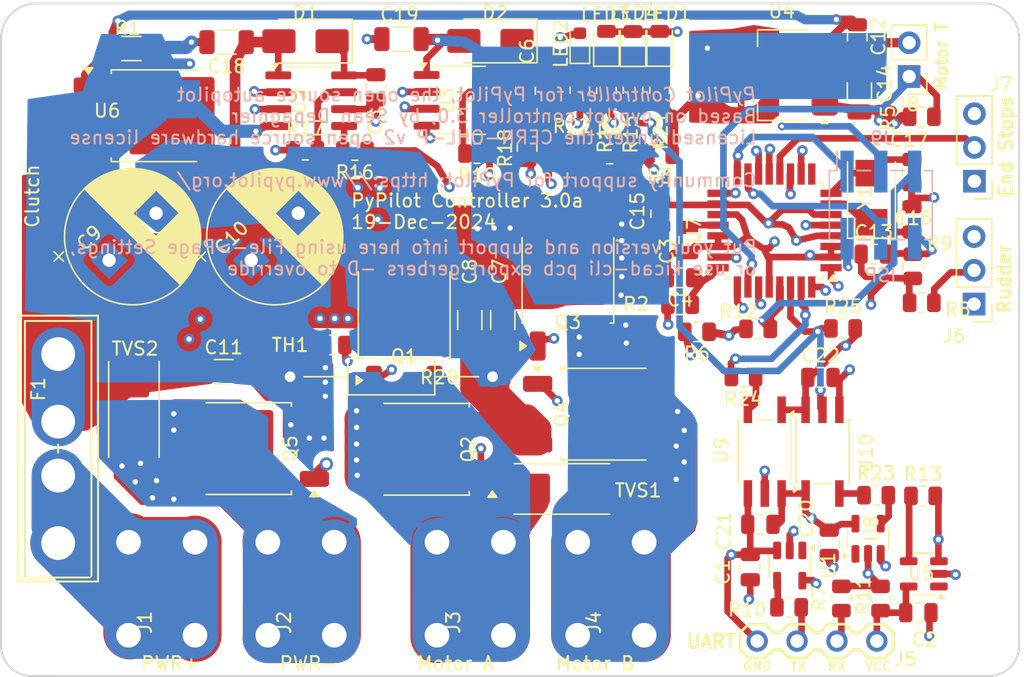
<source format=kicad_pcb>
(kicad_pcb (version 20240108) (generator "pcbnew") (generator_version "8.0")
  (title_block (title "PyPilot Controller") (date "19-Dec-2024") (rev "3.0a") (comment 1 "                   for PyPilot, the open source autopilot\nBased on pypilot controller 3.0, by Sean Depagnier\nLicensed under the CERN-OHL-P v2 open source hardware license\n\nCommunity support for PyPilot: https://www.pypilot.org/\n") (comment 2 "Put your version and support info here using File->Page Settings,\nor use kicad-cli pcb export gerbers -D to override"))
  (layers (0 "F.Cu" signal) (1 "In1.Cu" signal) (2 "In2.Cu" signal) (31 "B.Cu" signal) (34 "B.Paste" user) (35 "F.Paste" user) (36 "B.SilkS" user "B.Silkscreen") (37 "F.SilkS" user "F.Silkscreen") (38 "B.Mask" user) (39 "F.Mask" user) (44 "Edge.Cuts" user))
  (net 0 "")
  (net 1 "GND")
  (net 2 "+12V")
  (net 3 "Net-(J5-VCC)")
  (net 4 "Net-(J5-GND)")
  (net 5 "EndB")
  (net 6 "EndA")
  (net 7 "MISO")
  (net 8 "SCK")
  (net 9 "RESET")
  (net 10 "MOSI")
  (net 11 "/sense/Shunt")
  (net 12 "Motor_Temp")
  (net 13 "Rudder")
  (net 14 "RX")
  (net 15 "Net-(U7-AREF)")
  (net 16 "Net-(U7-PC1)")
  (net 17 "Net-(D1-K)")
  (net 18 "TX")
  (net 19 "/sense/PWMAH")
  (net 20 "/sense/PWMAL")
  (net 21 "Net-(J3-Pin_1)")
  (net 22 "/sense/PWMBL")
  (net 23 "/sense/PWMBH")
  (net 24 "Voltage")
  (net 25 "Controller_Temp")
  (net 26 "Net-(J4-Pin_1)")
  (net 27 "Net-(D2-K)")
  (net 28 "+5V")
  (net 29 "Net-(U4-VI)")
  (net 30 "Net-(U7-XTAL1{slash}PB6)")
  (net 31 "Net-(U7-XTAL2{slash}PB7)")
  (net 32 "Net-(J1-Pin_1)")
  (net 33 "Net-(J2-Pin_1)")
  (net 34 "Net-(J5-TX)")
  (net 35 "Net-(J5-RX)")
  (net 36 "Net-(J6-Pin_2)")
  (net 37 "Net-(LED1-K)")
  (net 38 "Net-(LED2-K)")
  (net 39 "Net-(LED3-K)")
  (net 40 "Net-(LED4-K)")
  (net 41 "Net-(R10-Pad2)")
  (net 42 "Net-(Q1-G)")
  (net 43 "Net-(R11-Pad1)")
  (net 44 "Net-(R13-Pad1)")
  (net 45 "Net-(R23-Pad1)")
  (net 46 "Net-(R23-Pad2)")
  (net 47 "Net-(R24-Pad1)")
  (net 48 "Net-(U1-Pad2)")
  (net 49 "Net-(Q2-G)")
  (net 50 "Net-(Q3-G)")
  (net 51 "Net-(Q4-G)")
  (net 52 "Net-(U6-VO)")
  (net 53 "Net-(U2-DRV_LO)")
  (net 54 "Net-(U2-DRV_HI)")
  (net 55 "Net-(U3-DRV_LO)")
  (net 56 "Net-(U3-DRV_HI)")
  (footprint "Resistor_SMD:R_0805_2012Metric" (layer "F.Cu") (at 41.4274 11.8364 90)
    (property "Reference" "R18")
    (property "Value" "47R")
  )
  (footprint "Capacitor_SMD:C_0805_2012Metric" (layer "F.Cu") (at 41.3162 7.5231 -90)
    (property "Reference" "C6")
    (property "Value" "1uF")
  )
  (footprint "Capacitor_SMD:C_0805_2012Metric" (layer "F.Cu") (at 70.3834 13.6375 90)
    (property "Reference" "C17")
    (property "Value" "18pF")
  )
  (footprint "Capacitor_SMD:C_1206_3216Metric" (layer "F.Cu") (at 39.6 24.77 -90)
    (property "Reference" "C7")
    (property "Value" "4.7uF")
  )
  (footprint "Resistor_SMD:R_0805_2012Metric" (layer "F.Cu") (at 47.6361 12.28)
    (property "Reference" "R4")
    (property "Value" "10k")
  )
  (footprint "Capacitor_SMD:C_1206_3216Metric" (layer "F.Cu") (at 37.12 24.77 -90)
    (property "Reference" "C8")
    (property "Value" "4.7uF")
  )
  (footprint "pypilot_controller_footprints:BladeFuse-CarType" (layer "F.Cu") (at 6.15 34.44 90)
    (property "Reference" "F1")
    (property "Value" "FUSE")
  )
  (footprint "Connector_PinHeader_2.54mm:PinHeader_1x03_P2.54mm_Vertical" (layer "F.Cu") (at 75.0824 14.3256 180)
    (property "Reference" "J7")
    (property "Value" "End Stops")
  )
  (footprint "Resistor_SMD:R_0805_2012Metric" (layer "F.Cu") (at 51.4361 12.33 180)
    (property "Reference" "R3")
    (property "Value" "560R")
  )
  (footprint "LED_SMD:LED_0805_2012Metric" (layer "F.Cu") (at 47.3988 3.9904 90)
    (property "Reference" "LED3")
    (property "Value" "GREEN")
  )
  (footprint "Resistor_SMD:R_0805_2012Metric" (layer "F.Cu") (at 70.4474 20.7264 90)
    (property "Reference" "R9")
    (property "Value" "10k")
  )
  (footprint "Crystal:Crystal_SMD_5032-2Pin_5.0x3.2mm" (layer "F.Cu") (at 67.3354 15.566 90)
    (property "Reference" "Y1")
    (property "Value" "8mhz")
  )
  (footprint "Resistor_SMD:R_0805_2012Metric" (layer "F.Cu") (at 58.8099 25.432 180)
    (property "Reference" "R12")
    (property "Value" "10k")
  )
  (footprint "Resistor_SMD:R_0805_2012Metric" (layer "F.Cu") (at 54.2059 25.654 180)
    (property "Reference" "R6")
    (property "Value" "100k")
  )
  (footprint "Resistor_SMD:R_0805_2012Metric" (layer "F.Cu") (at 71.12 23.4696)
    (property "Reference" "R8")
    (property "Value" "33k")
  )
  (footprint "Connector_PinHeader_2.54mm:PinHeader_1x02_P2.54mm_Vertical" (layer "F.Cu") (at 70.1698 6.4488 180)
    (property "Reference" "J8")
    (property "Value" "Conn_01x02")
  )
  (footprint "Resistor_SMD:R_0805_2012Metric" (layer "F.Cu") (at 52.9359 23.622)
    (property "Reference" "R2")
    (property "Value" "2.4k")
  )
  (footprint "Connector_PinHeader_2.54mm:PinHeader_1x03_P2.54mm_Vertical" (layer "F.Cu") (at 75.057 23.5712 180)
    (property "Reference" "J6")
    (property "Value" "Rudder")
  )
  (footprint "pypilot_controller_footprints:D_SMB_TVS" (layer "F.Cu") (at 44.05 37.475 180)
    (property "Reference" "TVS1")
    (property "Value" "TPSMB18CA")
  )
  (footprint "Resistor_SMD:R_0805_2012Metric" (layer "F.Cu") (at 26.8125 26.65 180)
    (property "Reference" "TH1")
    (property "Value" "10k NTC")
  )
  (footprint "LED_SMD:LED_0805_2012Metric" (layer "F.Cu") (at 51.3988 3.9904 90)
    (property "Reference" "LED1")
    (property "Value" "RED")
  )
  (footprint "Resistor_SMD:R_0805_2012Metric" (layer "F.Cu") (at 24.7396 11.9888)
    (property "Reference" "R17")
    (property "Value" "47R")
  )
  (footprint "Resistor_SMD:R_0805_2012Metric" (layer "F.Cu") (at 51.3988 7.4779 -90)
    (property "Reference" "R21")
    (property "Value" "2.4k")
  )
  (footprint "Resistor_SMD:R_0805_2012Metric" (layer "F.Cu") (at 45.3988 7.4779 -90)
    (property "Reference" "R22")
    (property "Value" "1.2k")
  )
  (footprint "Resistor_SMD:R_0805_2012Metric" (layer "F.Cu") (at 37.6682 12.2428 180)
    (property "Reference" "R19")
    (property "Value" "47R")
  )
  (footprint "Resistor_SMD:R_1206_3216Metric" (layer "F.Cu") (at 11.6586 4.3434 180)
    (property "Reference" "R1")
    (property "Value" "20R")
  )
  (footprint "Capacitor_SMD:C_0805_2012Metric" (layer "F.Cu") (at 51.48 16.77 -90)
    (property "Reference" "C15")
    (property "Value" ".1uF")
  )
  (footprint "Resistor_SMD:R_0805_2012Metric" (layer "F.Cu") (at 28.4734 12.0142 180)
    (property "Reference" "R16")
    (property "Value" "47R")
  )
  (footprint "Capacitor_SMD:C_0805_2012Metric" (layer "F.Cu") (at 70.3834 17.1935 -90)
    (property "Reference" "C16")
    (property "Value" "18pF")
  )
  (footprint "Capacitor_SMD:C_0805_2012Metric" (layer "F.Cu") (at 53.59 18.75 -90)
    (property "Reference" "C3")
    (property "Value" ".1uF")
  )
  (footprint "LED_SMD:LED_0805_2012Metric" (layer "F.Cu") (at 49.3988 4.0029 90)
    (property "Reference" "LED4")
    (property "Value" "YELLOW")
  )
  (footprint "Resistor_SMD:R_0805_2012Metric" (layer "F.Cu") (at 47.3988 7.5029 -90)
    (property "Reference" "R14")
    (property "Value" "2k")
  )
  (footprint "Resistor_SMD:R_0805_2012Metric" (layer "F.Cu") (at 49.3988 7.4779 -90)
    (property "Reference" "R15")
    (property "Value" "1.2k")
  )
  (footprint "Capacitor_SMD:C_1206_3216Metric" (layer "F.Cu") (at 18.8214 3.8608 180)
    (property "Reference" "C18")
    (property "Value" "4.7uF")
  )
  (footprint "Capacitor_SMD:C_1206_3216Metric" (layer "F.Cu") (at 31.9786 3.6322 180)
    (property "Reference" "C19")
    (property "Value" "4.7uF")
  )
  (footprint "Capacitor_SMD:C_1206_3216Metric" (layer "F.Cu") (at 18.6 28.65)
    (property "Reference" "C11")
    (property "Value" "4.7uF")
  )
  (footprint "Diode_SMD:D_SMA" (layer "F.Cu") (at 24.76 3.79 180)
    (property "Reference" "D1")
    (property "Value" "ES2G")
  )
  (footprint "Diode_SMD:D_SMA" (layer "F.Cu") (at 38.67 3.77 180)
    (property "Reference" "D2")
    (property "Value" "ES2G")
  )
  (footprint "Capacitor_SMD:C_0805_2012Metric" (layer "F.Cu") (at 30.0482 7.2644 -90)
    (property "Reference" "C5")
    (property "Value" "1uF")
  )
  (footprint "Capacitor_SMD:C_0805_2012Metric" (layer "F.Cu") (at 52.9359 21.59 180)
    (property "Reference" "C4")
    (property "Value" ".1uF")
  )
  (footprint "Capacitor_SMD:C_0805_2012Metric" (layer "F.Cu") (at 67.5109 19.812)
    (property "Reference" "C13")
    (property "Value" ".1uF")
  )
  (footprint "LED_SMD:LED_0603_1608Metric" (layer "F.Cu") (at 45.3988 3.9779 90)
    (property "Reference" "LED2")
    (property "Value" "BLUE")
  )
  (footprint "Resistor_THT:R_Axial_DIN0207_L6.3mm_D2.5mm_P15.24mm_Horizontal" (layer "F.Cu") (at 38.8366 29.03 180)
    (property "Reference" "R20")
    (property "Value" "R010")
  )
  (footprint "Resistor_SMD:R_0805_2012Metric" (layer "F.Cu") (at 71.2216 37.9984)
    (property "Reference" "R13")
    (property "Value" "1k")
  )
  (footprint "Capacitor_SMD:C_0805_2012Metric" (layer "F.Cu") (at 66.2686 3.5052 -90)
    (property "Reference" "C12")
    (property "Value" "1uF")
  )
  (footprint "Capacitor_SMD:C_1206_3216Metric" (layer "F.Cu") (at 66.43 7.64 90)
    (property "Reference" "C14")
    (property "Value" "4.7uF")
  )
  (footprint "Capacitor_SMD:C_0805_2012Metric" (layer "F.Cu") (at 70.8637 46.7868)
    (property "Reference" "C2")
    (property "Value" "100n")
  )
  (footprint "Capacitor_SMD:C_0805_2012Metric" (layer "F.Cu") (at 58.9788 40.14 180)
    (property "Reference" "C21")
    (property "Value" "100n")
  )
  (footprint "pypilot_controller_footprints:uart" (layer "F.Cu") (at 67.7418 48.9204 180)
    (property "Reference" "J5")
    (property "Value" "UART_Device")
  )
  (footprint "Resistor_SMD:R_0805_2012Metric" (layer "F.Cu") (at 65.2 25.4)
    (property "Reference" "R25")
    (property "Value" "100k")
  )
  (footprint "Resistor_SMD:R_0805_2012Metric" (layer "F.Cu") (at 57.7088 29.0576 180)
    (property "Reference" "R24")
    (property "Value" "1k")
  )
  (footprint "Resistor_SMD:R_0805_2012Metric" (layer "F.Cu") (at 67.691 37.9476)
    (property "Reference" "R23")
    (property "Value" "510R")
  )
  (footprint "Resistor_SMD:R_0805_2012Metric" (layer "F.Cu") (at 68.0212 45.72 -90)
    (property "Reference" "R11")
    (property "Value" "100k")
  )
  (footprint "Resistor_SMD:R_0805_2012Metric" (layer "F.Cu") (at 61.1378 46.3804 180)
    (property "Reference" "R10")
    (property "Value" "510R")
  )
  (footprint "Capacitor_SMD:C_0805_2012Metric" (layer "F.Cu") (at 63.5 29.083)
    (property "Reference" "C22")
    (property "Value" "100n")
  )
  (footprint "Capacitor_SMD:C_0805_2012Metric" (layer "F.Cu") (at 58.2168 43.3578 90)
    (property "Reference" "C1")
    (property "Value" "100n")
  )
  (footprint "Resistor_SMD:R_0805_2012Metric" (layer "F.Cu") (at 65.0748 45.72 90)
    (property "Reference" "R7")
    (property "Value" "510R")
  )
  (footprint "Package_SO:SO-5_4.4x3.6mm_P1.27mm" (layer "F.Cu") (at 59.309 34.6706 -90)
    (property "Reference" "U9")
    (property "Value" "TLP2361(TPL,E(T")
  )
  (footprint "Package_TO_SOT_SMD:SOT-23-5" (layer "F.Cu") (at 67.0814 41.2242 90)
    (property "Reference" "U8")
    (property "Value" "SN74LVC1G17DBVR")
  )
  (footprint "Capacitor_SMD:C_0805_2012Metric" (layer "F.Cu") (at 64.1604 41.529 -90)
    (property "Reference" "C20")
    (property "Value" "100n")
  )
  (footprint "Package_SO:SO-5_4.4x3.6mm_P1.27mm" (layer "F.Cu") (at 63.6524 34.671 90)
    (property "Reference" "U10")
    (property "Value" "TLP2361(TPL,E(T")
  )
  (footprint "Resistor_SMD:R_0805_2012Metric" (layer "F.Cu") (at 71.12 9.4742)
    (property "Reference" "R5")
    (property "Value" "100k")
  )
  (footprint "Package_TO_SOT_SMD:SOT-23-5" (layer "F.Cu") (at 71.2724 43.8658 180)
    (property "Reference" "U5")
    (property "Value" "SN74LVC1G17DBVR")
  )
  (footprint "Package_TO_SOT_SMD:SOT-23-5" (layer "F.Cu") (at 61.1886 43.2394 -90)
    (property "Reference" "U1")
    (property "Value" "SN74LVC1G17DBVR")
  )
  (footprint "Capacitor_THT:CP_Radial_D10.0mm_P5.00mm" (layer "F.Cu") (at 9.9822 20.2692 45)
    (property "Reference" "C9")
    (property "Value" "330uF")
  )
  (footprint "Capacitor_THT:CP_Radial_D10.0mm_P5.00mm" (layer "F.Cu") (at 20.6756 20.2692 45)
    (property "Reference" "C10")
    (property "Value" "330uF")
  )
  (footprint "pypilot_controller_footprints:screw_terminal" (layer "F.Cu") (at 11.4446 41.4834)
    (property "Reference" "J1")
    (property "Value" "power+")
  )
  (footprint "pypilot_controller_footprints:screw_terminal" (layer "F.Cu") (at 21.9202 41.4834)
    (property "Reference" "J2")
    (property "Value" "power-")
  )
  (footprint "pypilot_controller_footprints:screw_terminal" (layer "F.Cu") (at 45.2374 41.4834)
    (property "Reference" "J4")
    (property "Value" "power+")
  )
  (footprint "Package_SO:SOIC-8_3.9x4.9mm_P1.27mm" (layer "F.Cu") (at 25.1864 8.266)
    (property "Reference" "U2")
    (property "Value" "IR2101")
  )
  (footprint "Package_SO:SOIC-8_3.9x4.9mm_P1.27mm" (layer "F.Cu") (at 36.3412 8.2406)
    (property "Reference" "U3")
    (property "Value" "IR2101")
  )
  (footprint "Package_TO_SOT_SMD:SOT-223-3_TabPin2" (layer "F.Cu") (at 60.679 6.3442 180)
    (property "Reference" "U4")
    (property "Value" "XC6202P502FR-G")
  )
  (footprint "Package_QFP:TQFP-32_7x7mm_P0.8mm" (layer "F.Cu") (at 60.0456 18.034 180)
    (property "Reference" "U7")
    (property "Value" "ATmega328P-AU")
  )
  (footprint "pypilot_controller_footprints:screw_terminal" (layer "F.Cu") (at 34.6494 41.4834)
    (property "Reference" "J3")
    (property "Value" "power+")
  )
  (footprint "Package_TO_SOT_SMD:TO-252-2" (layer "F.Cu") (at 13.4556 9.398)
    (property "Reference" "U6")
    (property "Value" "LM317")
  )
  (footprint "Package_TO_SOT_SMD:TO-252-2" (layer "F.Cu") (at 47.263 31.8516)
    (property "Reference" "Q4")
    (property "Value" "Q_NMOS_GDS")
  )
  (footprint "Package_TO_SOT_SMD:TO-252-2" (layer "F.Cu") (at 33.7708 34.4922 180)
    (property "Reference" "Q2")
    (property "Value" "Q_NMOS_GDS")
  )
  (footprint "Package_TO_SOT_SMD:TO-252-2" (layer "F.Cu") (at 20.385 34.4414 180)
    (property "Reference" "Q5")
    (property "Value" "Q_NMOS_GDS")
  )
  (footprint "Package_TO_SOT_SMD:TO-252-2" (layer "F.Cu") (at 44.5018 21.6832 90)
    (property "Reference" "Q3")
    (property "Value" "Q_NMOS_GDS")
  )
  (footprint "Package_TO_SOT_SMD:TO-252-2" (layer "F.Cu") (at 32.1818 24.2634 90)
    (property "Reference" "Q1")
    (property "Value" "Q_NMOS_GDS")
  )
  (footprint "pypilot_controller_footprints:D_SMB_TVS" (layer "F.Cu") (at 11.85 31.48926 90)
    (property "Reference" "TVS2")
    (property "Value" "SM6T18CA")
  )
  (footprint "MountingHole:MountingHole_2.5mm" (layer "F.Cu") (at 76.0476 37.084)
    (property "Reference" "H5" (hide yes))
    (property "Value" "MountingHole")
  )
  (footprint "MountingHole:MountingHole_3.2mm_M3" (layer "F.Cu") (at 75 48.1)
    (property "Reference" "H4" (hide yes))
    (property "Value" "MountingHole")
  )
  (footprint "MountingHole:MountingHole_2.5mm" (layer "F.Cu") (at 76.0476 43.7388)
    (property "Reference" "H6" (hide yes))
    (property "Value" "MountingHole")
  )
  (footprint "MountingHole:MountingHole_3.2mm_M3" (layer "F.Cu") (at 75 4.6)
    (property "Reference" "H2" (hide yes))
    (property "Value" "MountingHole")
  )
  (footprint "MountingHole:MountingHole_3.2mm_M3" (layer "F.Cu") (at 5.3 4.6)
    (property "Reference" "H1" (hide yes))
    (property "Value" "MountingHole")
  )
  (footprint "MountingHole:MountingHole_3.2mm_M3" (layer "F.Cu") (at 5.3 48.1)
    (property "Reference" "H3" (hide yes))
    (property "Value" "MountingHole")
  )
  (footprint "Connector_PinHeader_2.54mm:PinHeader_2x03_P2.54mm_Vertical_SMD" (layer "B.Cu") (at 68.04 16.125 -90)
    (property "Reference" "J9")
    (property "Value" "ISP")
  )
  (gr_line (start 78.45 49.2) (end 78.45 3.55) (stroke (width 0.15)) (layer "Edge.Cuts"))
  (gr_line (start 4.45 0.95) (end 75.75 0.95) (stroke (width 0.15)) (layer "Edge.Cuts"))
  (gr_arc (start 4.203487 51.549922) (mid 2.56027 50.912907) (end 1.85 49.3) (stroke (width 0.15)) (layer "Edge.Cuts"))
  (gr_arc (start 75.75 0.95) (mid 77.638478 1.690812) (end 78.45 3.55) (stroke (width 0.15)) (layer "Edge.Cuts"))
  (gr_arc (start 78.45 49.2) (mid 77.812985 50.843218) (end 76.200078 51.553488) (stroke (width 0.15)) (layer "Edge.Cuts"))
  (gr_line (start 1.85 49.3) (end 1.85 3.65) (stroke (width 0.15)) (layer "Edge.Cuts"))
  (gr_line (start 4.2 51.55) (end 76.200078 51.553488) (stroke (width 0.15)) (layer "Edge.Cuts"))
  (gr_arc (start 1.85 3.65) (mid 2.590812 1.761522) (end 4.45 0.95) (stroke (width 0.15)) (layer "Edge.Cuts"))
  (gr_text "${TITLE}" (at 58.8 7.23 0) (layer "B.SilkS") (effects (font (size 1 1) (thickness 0.15) (italic yes)) (justify left top mirror)))
  (gr_text "${COMMENT2}" (at 58.8 18.7 0) (layer "B.SilkS") (effects (font (size 1 1)) (justify left top mirror)))
  (gr_text "${COMMENT1}" (at 58.8 7.23 0) (layer "B.SilkS") (effects (font (size 1 1)) (justify left top mirror)))
  (gr_text "End Stops" (at 77.4446 11.7348 90) (layer "F.SilkS") (effects (font (size 1 1) (thickness 0.2))))
  (gr_text "Motor T" (at 72.6186 4.9276 90) (layer "F.SilkS") (effects (font (size 0.9 0.9) (thickness 0.18))))
  (gr_text "Rudder" (at 77.3238 21.6722 90) (layer "F.SilkS") (effects (font (size 1 1) (thickness 0.2))))
  (gr_text "PWR+" (at 14.6 50.6 0) (layer "F.SilkS") (effects (font (size 1 1))))
  (gr_text "PWR-" (at 25 50.6 0) (layer "F.SilkS") (effects (font (size 1 1))))
  (gr_text "Motor A" (at 36.05 50.6 0) (layer "F.SilkS") (effects (font (size 1 1))))
  (gr_text "Motor B" (at 46.55 50.6 0) (layer "F.SilkS") (effects (font (size 1 1))))
  (gr_text "Clutch" (at 4.2 15.45 90) (layer "F.SilkS") (effects (font (size 1 1))))
  (gr_text "${TITLE} ${REVISION}\n${ISSUE_DATE}" (at 28.1 15.2 0) (layer "F.SilkS") (effects (font (size 1 1)) (justify left top)))
  (gr_text "UART" (at 55.27 48.96 0) (layer "F.SilkS") (effects (font (size 1 1) (thickness 0.2))))
  (segment (start 26.1 26.775) (end 26.1 28.2) (width 0.5) (layer "F.Cu") (net 1))
  (segment (start 26.1 28.2) (end 26.25 28.35) (width 0.5) (layer "F.Cu") (net 1))
  (segment (start 25.525 32.37) (end 25.45 32.295) (width 0.8) (layer "F.Cu") (net 1))
  (segment (start 59.6474 22.282) (end 59.6474 20.132) (width 0.5) (layer "F.Cu") (net 1))
  (segment (start 59.6474 20.132) (end 59.5474 20.032) (width 0.5) (layer "F.Cu") (net 1))
  (segment (start 53.5474 19.732) (end 52.570868 19.732) (width 0.5) (layer "F.Cu") (net 1))
  (segment (start 64.2974 17.632) (end 62.3974 17.632) (width 0.5) (layer "F.Cu") (net 1))
  (segment (start 25.618763 28.331237) (end 25.05 28.9) (width 0.5) (layer "F.Cu") (net 1))
  (segment (start 55.7974 19.232) (end 55.7974 18.432) (width 0.5) (layer "F.Cu") (net 1))
  (segment (start 53.5474 19.732) (end 54.0474 19.232) (width 0.5) (layer "F.Cu") (net 1))
  (segment (start 54.0474 19.232) (end 55.7974 19.232) (width 0.5) (layer "F.Cu") (net 1))
  (segment (start 64.0038 6.5104) (end 63.9638 6.2604) (width 0.5) (layer "F.Cu") (net 1))
  (segment (start 64.1638 6.2204) (end 64.1138 6.2704) (width 0.5) (layer "F.Cu") (net 1))
  (segment (start 66.2686 4.4427) (end 66.3448 6.1692) (width 0.7) (layer "F.Cu") (net 1))
  (segment (start 62.0474 12.112096) (end 62.137997 12.021499) (width 0.5) (layer "F.Cu") (net 1))
  (segment (start 51.3988 8.4154) (end 52.3154 9.332) (width 0.6) (layer "F.Cu") (net 1))
  (segment (start 64.2974 20.032) (end 61.7134 20.032) (width 0.5) (layer "F.Cu") (net 1))
  (segment (start 70.4474 19.7889) (end 71.5495 19.7889) (width 0.5) (layer "F.Cu") (net 1))
  (segment (start 21.0312 10.565536) (end 21.704272 10.171) (width 0.6) (layer "F.Cu") (net 1))
  (segment (start 21.704272 10.171) (end 22.7114 10.171) (width 0.6) (layer "F.Cu") (net 1))
  (segment (start 70.3474 15.585) (end 70.3474 14.611) (width 0.5) (layer "F.Cu") (net 1))
  (segment (start 60.0456 18.8722) (end 59.645601 19.373799) (width 0.5) (layer "F.Cu") (net 1))
  (segment (start 59.5474 20.032) (end 59.2582 19.431) (width 0.5) (layer "F.Cu") (net 1))
  (segment (start 56.3224 19.232) (end 55.7974 19.232) (width 0.5) (layer "F.Cu") (net 1))
  (segment (start 70.1698 3.9088) (end 67.0588 3.9088) (width 0.7) (layer "F.Cu") (net 1))
  (segment (start 17.4214 3.8608) (end 16.1798 3.8608) (width 0.6) (layer "F.Cu") (net 1))
  (segment (start 45.3988 8.4154) (end 45.3988 9.77) (width 0.5) (layer "F.Cu") (net 1))
  (segment (start 51.5474 17.732) (end 51.5474 21.139) (width 0.6) (layer "F.Cu") (net 1))
  (segment (start 52.3736 12.33) (end 52.3736 12.2186) (width 0.5) (layer "F.Cu") (net 1))
  (segment (start 20 28.65) (end 21.55 28.65) (width 1.8) (layer "F.Cu") (net 1))
  (segment (start 69.5198 19.7612) (end 70.4474 19.7889) (width 0.5) (layer "F.Cu") (net 1))
  (segment (start 61.7134 20.032) (end 59.5474 20.032) (width 0.5) (layer "F.Cu") (net 1))
  (segment (start 66.3448 6.1692) (end 63.8306 6.3072) (width 0.7) (layer "F.Cu") (net 1))
  (segment (start 64.9224 29.2776) (end 65.7 28.5) (width 0.5) (layer "F.Cu") (net 1))
  (segment (start 70.3474 15.585) (end 71.9942 15.585) (width 0.5) (layer "F.Cu") (net 1))
  (segment (start 70.3474 14.611) (end 70.3834 14.575) (width 0.5) (layer "F.Cu") (net 1))
  (segment (start 33.8662 10.1456) (end 33.8662 10.803) (width 0.5) (layer "F.Cu") (net 1))
  (segment (start 52.4294 19.732) (end 51.9984 20.163) (width 0.5) (layer "F.Cu") (net 1))
  (segment (start 58.0099 18.4945) (end 56.9474 19.232) (width 0.5) (layer "F.Cu") (net 1))
  (segment (start 70.3474 16.256) (end 70.3474 15.585) (width 0.5) (layer "F.Cu") (net 1))
  (segment (start 52.3154 9.332) (end 52.868 9.332) (width 0.6) (layer "F.Cu") (net 1))
  (segment (start 30.5786 3.6322) (end 29.3878 3.6322) (width 0.6) (layer "F.Cu") (net 1))
  (segment (start 62.0474 13.782) (end 62.0474 12.112096) (width 0.5) (layer "F.Cu") (net 1))
  (segment (start 71.5495 19.7889) (end 71.882 19.4564) (width 0.5) (layer "F.Cu") (net 1))
  (segment (start 52.4002 12.192) (end 52.4002 10.3378) (width 0.5) (layer "F.Cu") (net 1))
  (segment (start 52.868 9.332) (end 54.3 7.9) (width 0.6) (layer "F.Cu") (net 1))
  (segment (start 33.8662 10.803) (end 34.1376 11.0744) (width 0.5) (layer "F.Cu") (net 1))
  (segment (start 59.645601 19.373799) (end 59.315401 19.373799) (width 0.5) (layer "F.Cu") (net 1))
  (segment (start 59.2582 19.431) (end 58.3784 18.863) (width 0.5) (layer "F.Cu") (net 1))
  (segment (start 62.559355 20.032) (end 62.712341 19.879014) (width 0.5) (layer "F.Cu") (net 1))
  (segment (start 68.4484 19.812) (end 69.5198 19.7612) (width 0.5) (layer "F.Cu") (net 1))
  (segment (start 57.1974 16.832) (end 57.5974 17.232) (width 0.5) (layer "F.Cu") (net 1))
  (segment (start 51.9984 20.163) (end 51.9984 21.59) (width 0.5) (layer "F.Cu") (net 1))
  (segment (start 51.5474 21.139) (end 51.9984 21.59) (width 0.6) (layer "F.Cu") (net 1))
  (segment (start 71.9942 15.585) (end 72.0344 15.5448) (width 0.5) (layer "F.Cu") (net 1))
  (segment (start 57.5974 17.232) (end 58.0099 18.4945) (width 0.5) (layer "F.Cu") (net 1))
  (segment (start 52.3736 12.2186) (end 52.4002 12.192) (width 0.5) (layer "F.Cu") (net 1))
  (segment (start 67.0588 3.9088) (end 66.2686 4.4427) (width 0.7) (layer "F.Cu") (net 1))
  (segment (start 52.570868 19.732) (end 52.4294 19.732) (width 0.5) (layer "F.Cu") (net 1))
  (segment (start 59.315401 19.373799) (end 59.2582 19.431) (width 0.5) (layer "F.Cu") (net 1))
  (segment (start 58.3784 18.863) (end 58.0099 18.4945) (width 0.5) (layer "F.Cu") (net 1))
  (segment (start 52.4002 10.3378) (end 52.3974 11.563384) (width 0.8) (layer "F.Cu") (net 1))
  (segment (start 45.3988 9.77) (end 45.212 9.9568) (width 0.5) (layer "F.Cu") (net 1))
  (segment (start 55.7974 16.832) (end 57.1974 16.832) (width 0.5) (layer "F.Cu") (net 1))
  (segment (start 61.7134 20.032) (end 62.559355 20.032) (width 0.5) (layer "F.Cu") (net 1))
  (segment (start 56.9474 19.232) (end 56.3224 19.232) (width 0.5) (layer "F.Cu") (net 1))
  (segment (start 52.3154 9.332) (end 52.3974 9.332) (width 0.6) (layer "F.Cu") (net 1))
  (segment (start 64.9224 31.521) (end 64.9224 29.2776) (width 0.5) (layer "F.Cu") (net 1))
  (segment (start 52.3974 9.332) (end 52.4002 10.3378) (width 0.8) (layer "F.Cu") (net 1))
  (segment (start 64.2974 20.032) (end 64.2974 19.232) (width 0.5) (layer "F.Cu") (net 1))
  (via (at 25.05 33.65) (size 0.8) (drill 0.4) (layers "F.Cu" "B.Cu") (net 1))
  (via (at 26.25 30.5) (size 0.8) (drill 0.4) (layers "F.Cu" "B.Cu") (net 1))
  (via (at 26.25 28.35) (size 0.8) (drill 0.4) (layers "F.Cu" "B.Cu") (net 1))
  (via (at 26.25 29.45) (size 0.8) (drill 0.4) (layers "F.Cu" "B.Cu") (net 1))
  (via (at 23.65 32.65) (size 0.8) (drill 0.4) (layers "F.Cu" "B.Cu") (net 1))
  (via (at 26.15 33.65) (size 0.8) (drill 0.4) (layers "F.Cu" "B.Cu") (net 1))
  (via (at 62.3974 17.632) (size 0.8) (drill 0.4) (layers "F.Cu" "B.Cu") (net 1))
  (via (at 72.0344 15.5448) (size 0.8) (drill 0.4) (layers "F.Cu" "B.Cu") (net 1))
  (via (at 54.3 7.9) (size 0.8) (drill 0.4) (layers "F.Cu" "B.Cu") (net 1))
  (via (at 54.991 4.318) (size 0.8) (drill 0.4) (layers "F.Cu" "B.Cu") (net 1))
  (via (at 45.212 9.9568) (size 0.8) (drill 0.4) (layers "F.Cu" "B.Cu") (net 1))
  (via (at 16.1798 3.8608) (size 0.8) (drill 0.4) (layers "F.Cu" "B.Cu") (net 1))
  (via (at 21.0312 10.565536) (size 0.8) (drill 0.4) (layers "F.Cu" "B.Cu") (net 1))
  (via (at 29.3878 3.6322) (size 0.8) (drill 0.4) (layers "F.Cu" "B.Cu") (net 1))
  (via (at 62.712341 19.879014) (size 0.8) (drill 0.4) (layers "F.Cu" "B.Cu") (net 1))
  (via (at 62.137997 12.021499) (size 0.8) (drill 0.4) (layers "F.Cu" "B.Cu") (net 1))
  (via (at 71.882 19.4564) (size 0.8) (drill 0.4) (layers "F.Cu" "B.Cu") (net 1))
  (via (at 65.7 28.5) (size 0.8) (drill 0.4) (layers "F.Cu" "B.Cu") (net 1))
  (via (at 16.0528 5.4864) (size 0.8) (drill 0.4) (layers "F.Cu" "B.Cu") (net 1))
  (via (at 34.1376 11.0744) (size 0.8) (drill 0.4) (layers "F.Cu" "B.Cu") (net 1))
  (via (at 60.0456 18.8722) (size 0.8) (drill 0.4) (layers "F.Cu" "B.Cu") (net 1))
  (segment (start 14.382801 4.260799) (end 13.8684 4.7752) (width 0.8) (layer "B.Cu") (net 1))
  (segment (start 16.0528 5.4864) (end 13.0302 5.4864) (width 0.8) (layer "B.Cu") (net 1))
  (segment (start 15.779801 4.260799) (end 14.382801 4.260799) (width 1) (layer "B.Cu") (net 1))
  (segment (start 71.0756 18.65) (end 71.882 19.4564) (width 0.5) (layer "B.Cu") (net 1))
  (segment (start 18.439536 10.565536) (end 15.7734 7.8994) (width 1) (layer "B.Cu") (net 1))
  (segment (start 70.58 18.65) (end 71.0756 18.65) (width 0.5) (layer "B.Cu") (net 1))
  (segment (start 16.1798 3.8608) (end 15.779801 4.260799) (width 1) (layer "B.Cu") (net 1))
  (segment (start 21.0312 10.565536) (end 18.439536 10.565536) (width 1) (layer "B.Cu") (net 1))
  (segment (start 40.45 17.525) (end 39.3 17.525) (width 0.8) (layer "F.Cu") (net 2))
  (segment (start 44.25 20.325) (end 41.45 17.525) (width 0.8) (layer "F.Cu") (net 2))
  (segment (start 41.45 17.525) (end 40.45 17.525) (width 0.8) (layer "F.Cu") (net 2))
  (segment (start 44.45 20.325) (end 44.25 20.325) (width 0.8) (layer "F.Cu") (net 2))
  (segment (start 37.225 17.525) (end 39.3 17.525) (width 0.8) (layer "F.Cu") (net 2))
  (segment (start 43.05 20.95) (end 37.15 20.95) (width 6) (layer "F.Cu") (net 2))
  (segment (start 35.8 22.3) (end 37.15 20.95) (width 0.5) (layer "F.Cu") (net 2))
  (segment (start 35.8 23.35) (end 35.8 21.4) (width 0.5) (layer "F.Cu") (net 2))
  (segment (start 38.3 23.35) (end 35.8 23.35) (width 0.5) (layer "F.Cu") (net 2))
  (segment (start 6.15 32.41) (end 6.15 27.33) (width 2.8) (layer "F.Cu") (net 2))
  (segment (start 20.2214 3.8608) (end 22.7112 3.8608) (width 0.8) (layer "F.Cu") (net 2))
  (segment (start 33.8662 6.3356) (end 33.8662 5.1042) (width 0.5) (layer "F.Cu") (net 2))
  (segment (start 36.5356 3.6356) (end 36.67 3.77) (width 0.8) (layer "F.Cu") (net 2))
  (segment (start 22.639 3.911) (end 20.9114 3.911) (width 0.6) (layer "F.Cu") (net 2))
  (segment (start 25.45 36.855) (end 25.45 36.48) (width 0.8) (layer "F.Cu") (net 2))
  (segment (start 33.3786 3.6322) (end 33.4484 3.6356) (width 0.8) (layer "F.Cu") (net 2))
  (segment (start 36.6044 3.8356) (end 35.1348 3.8356) (width 0.6) (layer "F.Cu") (net 2))
  (segment (start 33.4484 3.6356) (end 36.5356 3.6356) (width 0.8) (layer "F.Cu") (net 2))
  (segment (start 34.692388 3.712412) (end 33.4484 3.6356) (width 0.8) (layer "F.Cu") (net 2))
  (segment (start 22.7114 6.361) (end 22.7114 3.8386) (width 0.5) (layer "F.Cu") (net 2))
  (segment (start 22.7112 3.8608) (end 22.76 3.812) (width 0.6) (layer "F.Cu") (net 2))
  (segment (start 8.2714 11.7034) (end 9.0678 15.3036) (width 1.6) (layer "F.Cu") (net 2))
  (segment (start 46.6986 12.28) (end 46.6986 15.6986) (width 0.5) (layer "F.Cu") (net 2))
  (segment (start 25.45 36.48) (end 26.33 35.6) (width 0.8) (layer "F.Cu") (net 2))
  (segment (start 22.76 3.79) (end 22.639 3.911) (width 0.6) (layer "F.Cu") (net 2))
  (segment (start 20.2214 3.8608) (end 19.4564 5.366) (width 0.8) (layer "F.Cu") (net 2))
  (segment (start 36.67 3.77) (end 36.6044 3.8356) (width 0.6) (layer "F.Cu") (net 2))
  (segment (start 22.76 3.812) (end 22.76 3.79) (width 0.6) (layer "F.Cu") (net 2))
  (segment (start 46.6986 15.6986) (end 48.55 17.55) (width 0.5) (layer "F.Cu") (net 2))
  (segment (start 22.7114 3.8386) (end 22.76 3.79) (width 0.5) (layer "F.Cu") (net 2))
  (segment (start 19.4564 5.366) (end 19.4564 15.3416) (width 0.8) (layer "F.Cu") (net 2))
  (segment (start 33.8662 5.1042) (end 35.1348 3.8356) (width 0.5) (layer "F.Cu") (net 2))
  (via (at 38.95 17.85) (size 0.8) (drill 0.4) (layers "F.Cu" "B.Cu") (net 2))
  (via (at 16 26.2) (size 0.8) (drill 0.4) (layers "F.Cu" "B.Cu") (net 2))
  (via (at 16.85 24.7) (size 0.8) (drill 0.4) (layers "F.Cu" "B.Cu") (net 2))
  (via (at 48.5 22.9) (size 0.8) (drill 0.4) (layers "F.Cu" "B.Cu") (net 2))
  (via (at 30.35 14.85) (size 0.8) (drill 0.4) (layers "F.Cu" "B.Cu") (net 2))
  (via (at 30.2 17.2) (size 0.8) (drill 0.4) (layers "F.Cu" "B.Cu") (net 2))
  (via (at 28.7 14.8) (size 0.8) (drill 0.4) (layers "F.Cu" "B.Cu") (net 2))
  (via (at 25.85 24.65) (size 0.8) (drill 0.4) (layers "F.Cu" "B.Cu") (net 2))
  (via (at 26.95 24.65) (size 0.8) (drill 0.4) (layers "F.Cu" "B.Cu") (net 2))
  (via (at 48.55 21.5) (size 0.8) (drill 0.4) (layers "F.Cu" "B.Cu") (net 2))
  (via (at 37.7 17.9) (size 0.8) (drill 0.4) (layers "F.Cu" "B.Cu") (net 2))
  (via (at 27.95 24.65) (size 0.8) (drill 0.4) (layers "F.Cu" "B.Cu") (net 2))
  (via (at 48.55 17.55) (size 0.8) (drill 0.4) (layers "F.Cu" "B.Cu") (net 2))
  (via (at 48.55 18.8) (size 0.8) (drill 0.4) (layers "F.Cu" "B.Cu") (net 2))
  (via (at 48.55 20.1) (size 0.8) (drill 0.4) (layers "F.Cu" "B.Cu") (net 2))
  (via (at 26.33 35.6) (size 1) (drill 0.6) (layers "F.Cu" "B.Cu") (net 2))
  (via (at 40.15 17.85) (size 0.8) (drill 0.4) (layers "F.Cu" "B.Cu") (net 2))
  (via (at 34.692388 3.712412) (size 0.8) (drill 0.4) (layers "F.Cu" "B.Cu") (net 2))
  (segment (start 34.692388 3.712412) (end 36.6842 3.8354) (width 0.8) (layer "B.Cu") (net 2))
  (segment (start 36.6842 3.8354) (end 38.2778 4.8006) (width 0.8) (layer "B.Cu") (net 2))
  (segment (start 6.15 27.33) (end 6.15 32.26999) (width 4) (layer "B.Cu") (net 2))
  (segment (start 38.2778 4.8006) (end 40.386 4.8514) (width 0.5) (layer "B.Cu") (net 2))
  (segment (start 67.7418 46.9369) (end 68.0212 46.6575) (width 0.5) (layer "F.Cu") (net 3))
  (segment (start 66.1314 40.1242) (end 65.0595 40.1242) (width 0.5) (layer "F.Cu") (net 3))
  (segment (start 58.2168 44.2953) (end 58.2168 45.6692) (width 0.5) (layer "F.Cu") (net 3))
  (segment (start 65.0595 40.1242) (end 64.1604 40.5915) (width 0.5) (layer "F.Cu") (net 3))
  (segment (start 62.3824 39.4208) (end 62.5579 39.4208) (width 0.5) (layer "F.Cu") (net 3))
  (segment (start 62.9068 44.3394) (end 63.1698 44.6024) (width 0.5) (layer "F.Cu") (net 3))
  (segment (start 60.579 39.8757) (end 60.1449 40.3098) (width 0.5) (layer "F.Cu") (net 3))
  (segment (start 60.579 37.8206) (end 60.579 39.8757) (width 0.5) (layer "F.Cu") (net 3))
  (segment (start 62.382 37.8206) (end 62.3824 37.821) (width 0.5) (layer "F.Cu") (net 3))
  (segment (start 62.3824 37.821) (end 62.3824 39.4208) (width 0.5) (layer "F.Cu") (net 3))
  (segment (start 62.5579 39.4208) (end 62.8142 39.6748) (width 0.5) (layer "F.Cu") (net 3))
  (segment (start 69.9262 46.7868) (end 68.1505 46.7868) (width 0.5) (layer "F.Cu") (net 3))
  (segment (start 62.1876 44.3394) (end 62.9068 44.3394) (width 0.5) (layer "F.Cu") (net 3))
  (segment (start 67.7418 48.9204) (end 67.7418 46.9369) (width 0.5) (layer "F.Cu") (net 3))
  (segment (start 69.9262 46.7868) (end 69.9262 45.062) (width 0.5) (layer "F.Cu") (net 3))
  (segment (start 69.9262 45.062) (end 70.1724 44.8158) (width 0.5) (layer "F.Cu") (net 3))
  (segment (start 58.2168 45.6692) (end 58.1152 45.7708) (width 0.5) (layer "F.Cu") (net 3))
  (segment (start 64.1604 40.5915) (end 62.8142 39.6748) (width 0.5) (layer "F.Cu") (net 3))
  (segment (start 68.1505 46.7868) (end 68.0212 46.6575) (width 0.5) (layer "F.Cu") (net 3))
  (segment (start 60.579 37.8206) (end 62.382 37.8206) (width 0.5) (layer "F.Cu") (net 3))
  (via (at 63.1698 44.6024) (size 0.8) (drill 0.4) (layers "F.Cu" "B.Cu") (net 3))
  (via (at 62.8142 39.6748) (size 0.8) (drill 0.4) (layers "F.Cu" "B.Cu") (net 3))
  (via (at 58.1152 45.7708) (size 0.8) (drill 0.4) (layers "F.Cu" "B.Cu") (net 3))
  (segment (start 68.0314 42.9108) (end 68.4022 43.2816) (width 0.5) (layer "F.Cu") (net 4))
  (segment (start 58.039 37.8206) (end 58.039 40.0789) (width 0.5) (layer "F.Cu") (net 4))
  (segment (start 58.039 40.0789) (end 58.2699 40.3098) (width 0.5) (layer "F.Cu") (net 4))
  (segment (start 60.2876 42.1394) (end 58.4977 42.1394) (width 0.5) (layer "F.Cu") (net 4))
  (segment (start 71.7042 46.8838) (end 71.8012 46.7868) (width 0.5) (layer "F.Cu") (net 4))
  (segment (start 58.4977 42.1394) (end 58.2168 42.4203) (width 0.5) (layer "F.Cu") (net 4))
  (segment (start 64.1604 43.053) (end 64.4652 43.3578) (width 0.5) (layer "F.Cu") (net 4))
  (segment (start 58.7418 48.9204) (end 56.515 46.6936) (width 0.5) (layer "F.Cu") (net 4))
  (segment (start 64.1604 42.4665) (end 64.1604 43.053) (width 0.5) (layer "F.Cu") (net 4))
  (segment (start 58.2168 42.4203) (end 58.2168 40.3629) (width 0.5) (layer "F.Cu") (net 4))
  (segment (start 71.7042 48.5394) (end 71.7042 46.8838) (width 0.5) (layer "F.Cu") (net 4))
  (segment (start 56.7921 42.4203) (end 58.2168 42.4203) (width 0.5) (layer "F.Cu") (net 4))
  (segment (start 72.3724 42.9158) (end 72.3724 41.2828) (width 0.5) (layer "F.Cu") (net 4))
  (segment (start 72.3724 41.2828) (end 72.3724 38.2117) (width 0.5) (layer "F.Cu") (net 4))
  (segment (start 56.515 42.6974) (end 56.7921 42.4203) (width 0.5) (layer "F.Cu") (net 4))
  (segment (start 72.3724 38.2117) (end 72.1591 37.9984) (width 0.5) (layer "F.Cu") (net 4))
  (segment (start 56.515 46.6936) (end 56.515 42.6974) (width 0.5) (layer "F.Cu") (net 4))
  (segment (start 58.2168 40.3629) (end 58.2699 40.3098) (width 0.5) (layer "F.Cu") (net 4))
  (segment (start 68.0314 42.3242) (end 68.0314 42.9108) (width 0.5) (layer "F.Cu") (net 4))
  (via (at 56.7921 42.4203) (size 0.8) (drill 0.4) (layers "F.Cu" "B.Cu") (net 4))
  (via (at 72.3724 41.2828) (size 0.8) (drill 0.4) (layers "F.Cu" "B.Cu") (net 4))
  (via (at 68.4022 43.2816) (size 0.8) (drill 0.4) (layers "F.Cu" "B.Cu") (net 4))
  (via (at 71.7042 48.5394) (size 0.8) (drill 0.4) (layers "F.Cu" "B.Cu") (net 4))
  (via (at 64.4652 43.3578) (size 0.8) (drill 0.4) (layers "F.Cu" "B.Cu") (net 4))
  (segment (start 60.4456 12.4544) (end 60.4456 13.784) (width 0.5) (layer "F.Cu") (net 5))
  (segment (start 75.0824 11.7856) (end 74.3968 11.1) (width 0.5) (layer "F.Cu") (net 5))
  (segment (start 74.3968 11.1) (end 61.8 11.1) (width 0.5) (layer "F.Cu") (net 5))
  (segment (start 61.8 11.1) (end 60.4456 12.4544) (width 0.5) (layer "F.Cu") (net 5))
  (segment (start 61.1974 13.832) (end 61.1974 15.25) (width 0.5) (layer "F.Cu") (net 6))
  (segment (start 61.1974 15.25) (end 61.2474 15.3) (width 0.5) (layer "F.Cu") (net 6))
  (via (at 61.2474 15.3) (size 0.8) (drill 0.4) (layers "F.Cu" "B.Cu") (net 6))
  (segment (start 57.2474 13.782) (end 57.2474 12.45) (width 0.5) (layer "F.Cu") (net 7))
  (segment (start 57.2474 12.45) (end 57.2974 12.4) (width 0.5) (layer "F.Cu") (net 7))
  (via (at 57.2974 12.4) (size 0.8) (drill 0.4) (layers "F.Cu" "B.Cu") (net 7))
  (segment (start 58.3 11) (end 62.9 11) (width 0.5) (layer "B.Cu") (net 7))
  (segment (start 57.2974 12.4) (end 57.2974 12.0026) (width 0.5) (layer "B.Cu") (net 7))
  (segment (start 57.2974 12.0026) (end 58.3 11) (width 0.5) (layer "B.Cu") (net 7))
  (segment (start 62.9 11) (end 65.5 13.6) (width 0.5) (layer "B.Cu") (net 7))
  (segment (start 44.0875 3.5283) (end 45.475 3.0658) (width 0.5) (layer "F.Cu") (net 8))
  (segment (start 57.080032 15.232) (end 57.10132 15.210712) (width 0.5) (layer "F.Cu") (net 8))
  (segment (start 55.7974 15.232) (end 57.080032 15.232) (width 0.5) (layer "F.Cu") (net 8))
  (via (at 57.10132 15.210712) (size 0.8) (drill 0.4) (layers "F.Cu" "B.Cu") (net 8))
  (via (at 43.9166 3.5052) (size 0.8) (drill 0.4) (layers "F.Cu" "B.Cu") (net 8))
  (via (at 60.5959 10.2) (size 0.6) (drill 0.3) (layers "F.Cu" "B.Cu") (net 8))
  (segment (start 68.04 12.525) (end 65.715 10.2) (width 0.5) (layer "B.Cu") (net 8))
  (segment (start 65.715 10.2) (end 60.5959 10.2) (width 0.5) (layer "B.Cu") (net 8))
  (segment (start 68.04 13.6) (end 68.04 12.525) (width 0.5) (layer "B.Cu") (net 8))
  (segment (start 59.10002 24.80962) (end 59.10002 24.8) (width 0.6) (layer "F.Cu") (net 9))
  (segment (start 60.4474 23.732) (end 59.7224 24.457) (width 0.6) (layer "F.Cu") (net 9))
  (segment (start 60.4474 22.282) (end 60.4474 23.732) (width 0.6) (layer "F.Cu") (net 9))
  (segment (start 59.7224 25.432) (end 59.10002 24.80962) (width 0.6) (layer "F.Cu") (net 9))
  (segment (start 59.7224 24.457) (end 59.7224 25.432) (width 0.6) (layer "F.Cu") (net 9))
  (via (at 59.10002 24.8) (size 0.6) (drill 0.3) (layers "F.Cu" "B.Cu") (net 9))
  (segment (start 69.04 20.46) (end 69.04 15.14) (width 0.5) (layer "B.Cu") (net 9))
  (segment (start 66 23.5) (end 69.04 20.46) (width 0.5) (layer "B.Cu") (net 9))
  (segment (start 69.04 15.14) (end 70.58 13.6) (width 0.5) (layer "B.Cu") (net 9))
  (segment (start 60.40002 23.5) (end 66 23.5) (width 0.5) (layer "B.Cu") (net 9))
  (segment (start 59.10002 24.8) (end 60.40002 23.5) (width 0.5) (layer "B.Cu") (net 9))
  (segment (start 58.0474 14.867002) (end 58.0474 13.782) (width 0.5) (layer "F.Cu") (net 10))
  (segment (start 58.454899 15.274501) (end 58.0474 14.867002) (width 0.5) (layer "F.Cu") (net 10))
  (via (at 58.454899 15.274501) (size 0.8) (drill 0.4) (layers "F.Cu" "B.Cu") (net 10))
  (segment (start 68.04 17.575) (end 68.04 18.65) (width 0.5) (layer "B.Cu") (net 10))
  (segment (start 66.665 16.2) (end 68.04 17.575) (width 0.5) (layer "B.Cu") (net 10))
  (segment (start 58.454899 15.274501) (end 58.974501 15.274501) (width 0.5) (layer "B.Cu") (net 10))
  (segment (start 59.9 16.2) (end 66.665 16.2) (width 0.5) (layer "B.Cu") (net 10))
  (segment (start 58.974501 15.274501) (end 59.9 16.2) (width 0.5) (layer "B.Cu") (net 10))
  (segment (start 37.2 29.925) (end 39.075 31.8) (width 1.6) (layer "F.Cu") (net 11))
  (segment (start 39.075 31.8) (end 39.075 30.3) (width 2) (layer "F.Cu") (net 11))
  (segment (start 39.075 32.12) (end 39.075 31.8) (width 2) (layer "F.Cu") (net 11))
  (segment (start 37.2 26.425) (end 37.2 29.925) (width 1.6) (layer "F.Cu") (net 11))
  (segment (start 39.2 29.175) (end 39.2 28.425) (width 2) (layer "F.Cu") (net 11))
  (segment (start 39.2 28.425) (end 37.2 26.425) (width 2) (layer "F.Cu") (net 11))
  (segment (start 39.2 29.175) (end 39.2 26.925) (width 2) (layer "F.Cu") (net 11))
  (segment (start 39.075 30.3) (end 39.075 29.3) (width 2) (layer "F.Cu") (net 11))
  (segment (start 40.895 32.12) (end 39.075 30.3) (width 2) (layer "F.Cu") (net 11))
  (segment (start 41.395 32.12) (end 40.895 32.12) (width 2) (layer "F.Cu") (net 11))
  (segment (start 42.25 33.955) (end 42.25 32.975) (width 2) (layer "F.Cu") (net 11))
  (segment (start 42.25 32.975) (end 41.395 32.12) (width 2) (layer "F.Cu") (net 11))
  (segment (start 39.075 29.3) (end 39.2 29.175) (width 2) (layer "F.Cu") (net 11))
  (segment (start 42.25 33.955) (end 40.91 33.955) (width 2) (layer "F.Cu") (net 11))
  (segment (start 40.91 33.955) (end 39.075 32.12) (width 2) (layer "F.Cu") (net 11))
  (segment (start 39.075 32.12) (end 39.4098 32.12) (width 0.25) (layer "F.Cu") (net 11))
  (segment (start 39.4098 32.12) (end 41.395 32.12) (width 2) (layer "F.Cu") (net 11))
  (segment (start 51.9984 24.975) (end 51.9984 23.622) (width 0.5) (layer "F.Cu") (net 11))
  (segment (start 52.0474 25.107) (end 51.9984 24.975) (width 0.5) (layer "F.Cu") (net 11))
  (via (at 52.0474 25.107) (size 0.8) (drill 0.4) (layers "F.Cu" "B.Cu") (net 11))
  (segment (start 31.95 20.15) (end 31.95 21.525) (width 2.8) (layer "B.Cu") (net 11))
  (segment (start 37.05 26.25) (end 35.65 26.25) (width 2.8) (layer "B.Cu") (net 11))
  (segment (start 72.2486 9.419) (end 72.2486 7.894) (width 0.5) (layer "F.Cu") (net 12))
  (segment (start 72.2486 7.894) (end 70.7736 6.419) (width 0.5) (layer "F.Cu") (net 12))
  (segment (start 58.3438 20.5486) (end 58.0456 21.1516) (width 0.5) (layer "F.Cu") (net 12))
  (segment (start 58.0456 21.1516) (end 58.0456 22.284) (width 0.5) (layer "F.Cu") (net 12))
  (via (at 58.3438 20.5486) (size 0.8) (drill 0.4) (layers "F.Cu" "B.Cu") (net 12))
  (segment (start 58.3438 20.5486) (end 58.3184 19.9644) (width 0.5) (layer "B.Cu") (net 12))
  (segment (start 56.2 10.8) (end 58.1 8.9) (width 0.5) (layer "B.Cu") (net 12))
  (segment (start 68.1 8.9) (end 70.1698 6.8302) (width 0.5) (layer "B.Cu") (net 12))
  (segment (start 58.3184 19.9644) (end 56.2 17.846) (width 0.5) (layer "B.Cu") (net 12))
  (segment (start 70.1698 6.8302) (end 70.1698 6.4488) (width 0.5) (layer "B.Cu") (net 12))
  (segment (start 58.1 8.9) (end 68.1 8.9) (width 0.5) (layer "B.Cu") (net 12))
  (segment (start 56.2 17.846) (end 56.2 10.8) (width 0.5) (layer "B.Cu") (net 12))
  (segment (start 66.9059 21.5115) (end 68.5292 21.59) (width 0.5) (layer "F.Cu") (net 13))
  (segment (start 68.5292 21.59) (end 67.3 22.8192) (width 0.5) (layer "F.Cu") (net 13))
  (segment (start 68.5292 21.59) (end 70.4474 21.6639) (width 0.5) (layer "F.Cu") (net 13))
  (segment (start 58.8474 23.396714) (end 58.8474 22.282) (width 0.5) (layer "F.Cu") (net 13))
  (segment (start 70.1825 23.4696) (end 70.1825 21.9288) (width 0.5) (layer "F.Cu") (net 13))
  (segment (start 66.9059 21.5115) (end 66.5734 21.179) (width 0.5) (layer "F.Cu") (net 13))
  (segment (start 66.5734 21.179) (end 66.5734 19.812) (width 0.5) (layer "F.Cu") (net 13))
  (segment (start 59.025534 23.574848) (end 58.8474 23.396714) (width 0.5) (layer "F.Cu") (net 13))
  (segment (start 70.1825 21.9288) (end 70.4474 21.6639) (width 0.5) (layer "F.Cu") (net 13))
  (segment (start 67.3 22.8192) (end 67.3 23.6) (width 0.5) (layer "F.Cu") (net 13))
  (via (at 59.025534 23.574848) (size 0.8) (drill 0.4) (layers "F.Cu" "B.Cu") (net 13))
  (via (at 67.3 23.6) (size 0.8) (drill 0.4) (layers "F.Cu" "B.Cu") (net 13))
  (segment (start 63.499999 31.368599) (end 63.6524 31.521) (width 0.5) (layer "F.Cu") (net 14))
  (segment (start 61.2456 24.5456) (end 62.332921 25.632921) (width 0.5) (layer "F.Cu") (net 14))
  (segment (start 63.537631 25.4) (end 63.30471 25.632921) (width 0.5) (layer "F.Cu") (net 14))
  (segment (start 49.6 9.95) (end 50.75 9.95) (width 0.5) (layer "F.Cu") (net 14))
  (segment (start 61.2456 22.284) (end 61.2456 24.5456) (width 0.5) (layer "F.Cu") (net 14))
  (segment (start 49.3988 8.4154) (end 49.3988 8.9029) (width 0.5) (layer "F.Cu") (net 14))
  (segment (start 62.332921 25.632921) (end 63.30471 25.632921) (width 0.5) (layer "F.Cu") (net 14))
  (segment (start 49.3988 8.9029) (end 49.4 8.9041) (width 0.5) (layer "F.Cu") (net 14))
  (segment (start 49.4 8.9041) (end 49.4 9.75) (width 0.5) (layer "F.Cu") (net 14))
  (segment (start 64.2875 25.4) (end 63.537631 25.4) (width 0.5) (layer "F.Cu") (net 14))
  (segment (start 49.4 9.75) (end 49.6 9.95) (width 0.5) (layer "F.Cu") (net 14))
  (segment (start 63.499999 30.040336) (end 63.499999 31.368599) (width 0.5) (layer "F.Cu") (net 14))
  (via (at 63.30471 25.632921) (size 0.8) (drill 0.4) (layers "F.Cu" "B.Cu") (net 14))
  (via (at 63.499999 30.040336) (size 0.8) (drill 0.4) (layers "F.Cu" "B.Cu") (net 14))
  (via (at 50.75 9.95) (size 0.8) (drill 0.4) (layers "F.Cu" "B.Cu") (net 14))
  (segment (start 52.9 12.85) (end 50.75 10.7) (width 0.5) (layer "B.Cu") (net 14))
  (segment (start 63.30471 25.632921) (end 60.337631 28.6) (width 0.5) (layer "B.Cu") (net 14))
  (segment (start 52.9 25.25) (end 52.9 12.85) (width 0.5) (layer "B.Cu") (net 14))
  (segment (start 60.337631 28.6) (end 56.25 28.6) (width 0.5) (layer "B.Cu") (net 14))
  (segment (start 63.499999 30.040336) (end 63.499999 25.82821) (width 0.5) (layer "B.Cu") (net 14))
  (segment (start 56.25 28.6) (end 52.9 25.25) (width 0.5) (layer "B.Cu") (net 14))
  (segment (start 63.499999 25.82821) (end 63.30471 25.632921) (width 0.5) (layer "B.Cu") (net 14))
  (segment (start 50.75 10.7) (end 50.75 9.95) (width 0.5) (layer "B.Cu") (net 14))
  (segment (start 55.7974 17.632) (end 53.7724 17.632) (width 0.5) (layer "F.Cu") (net 15))
  (segment (start 53.7724 17.632) (end 53.5474 17.857) (width 0.5) (layer "F.Cu") (net 15))
  (segment (start 55.7974 20.832) (end 55.2974 21.432) (width 0.5) (layer "F.Cu") (net 16))
  (segment (start 53.8734 23.622) (end 53.8734 22.856) (width 0.5) (layer "F.Cu") (net 16))
  (segment (start 54.6354 21.844) (end 55.2974 21.432) (width 0.5) (layer "F.Cu") (net 16))
  (segment (start 54.3814 21.59) (end 54.6354 21.844) (width 0.5) (layer "F.Cu") (net 16))
  (segment (start 53.8734 22.856) (end 54.6354 21.844) (width 0.5) (layer "F.Cu") (net 16))
  (segment (start 53.8734 21.59) (end 54.3814 21.59) (width 0.5) (layer "F.Cu") (net 16))
  (segment (start 27.6614 6.361) (end 30.0141 6.361) (width 0.5) (layer "F.Cu") (net 17))
  (segment (start 30.0141 6.361) (end 30.0482 6.3269) (width 0.5) (layer "F.Cu") (net 17))
  (segment (start 27.6614 4.6914) (end 26.76 3.79) (width 0.5) (layer "F.Cu") (net 17))
  (segment (start 27.6614 6.361) (end 27.6614 4.6914) (width 0.5) (layer "F.Cu") (net 17))
  (segment (start 62.0456 22.284) (end 62.0456 23.584) (width 0.5) (layer "F.Cu") (net 18))
  (segment (start 62.368314 23.906714) (end 62.368314 24.39552) (width 0.5) (layer "F.Cu") (net 18))
  (segment (start 47.9312 9.915) (end 47.3988 8.4404) (width 0.5) (layer "F.Cu") (net 18))
  (segment (start 62.0456 23.584) (end 62.368314 23.906714) (width 0.5) (layer "F.Cu") (net 18))
  (segment (start 56.7713 28.0139) (end 57.0992 27.686) (width 0.5) (layer "F.Cu") (net 18))
  (segment (start 56.7713 29.0576) (end 56.7713 28.0139) (width 0.5) (layer "F.Cu") (net 18))
  (via (at 47.9312 9.915) (size 0.8) (drill 0.4) (layers "F.Cu" "B.Cu") (net 18))
  (via (at 62.368314 24.39552) (size 0.8) (drill 0.4) (layers "F.Cu" "B.Cu") (net 18))
  (via (at 57.0992 27.686) (size 0.8) (drill 0.4) (layers "F.Cu" "B.Cu") (net 18))
  (segment (start 62.368314 25.131686) (end 62.368314 24.39552) (width 0.5) (layer "B.Cu") (net 18))
  (segment (start 57.0992 27.686) (end 59.814 27.686) (width 0.5) (layer "B.Cu") (net 18))
  (segment (start 59.814 27.686) (end 62.368314 25.131686) (width 0.5) (layer "B.Cu") (net 18))
  (segment (start 59.6474 11.9485) (end 59.6959 11.9) (width 0.5) (layer "F.Cu") (net 19))
  (segment (start 59.6474 13.782) (end 59.6474 11.9485) (width 0.5) (layer "F.Cu") (net 19))
  (segment (start 22.7114 7.631) (end 20.966 7.631) (width 0.5) (layer "F.Cu") (net 19))
  (segment (start 20.966 7.631) (end 20.9042 7.5692) (width 0.5) (layer "F.Cu") (net 19))
  (via (at 59.6959 11.9) (size 0.8) (drill 0.4) (layers "F.Cu" "B.Cu") (net 19))
  (via (at 20.9042 7.5692) (size 0.8) (drill 0.4) (layers "F.Cu" "B.Cu") (net 19))
  (segment (start 20.9694 8.901) (end 20.955 8.9154) (width 0.5) (layer "F.Cu") (net 20))
  (segment (start 22.7114 8.901) (end 20.9694 8.901) (width 0.5) (layer "F.Cu") (net 20))
  (segment (start 62.8474 22.282) (end 63.617989 22.282) (width 0.5) (layer "F.Cu") (net 20))
  (segment (start 63.617989 22.282) (end 63.885992 22.550003) (width 0.5) (layer "F.Cu") (net 20))
  (via (at 63.885992 22.550003) (size 0.8) (drill 0.4) (layers "F.Cu" "B.Cu") (net 20))
  (via (at 20.955 8.9154) (size 0.8) (drill 0.4) (layers "F.Cu" "B.Cu") (net 20))
  (segment (start 41.97852 38.39648) (end 39.7 41.575) (width 2.2) (layer "F.Cu") (net 21))
  (segment (start 35.3 36.925) (end 36.360614 39.610614) (width 0.8) (layer "F.Cu") (net 21))
  (segment (start 34.325 34.4) (end 32.775 34.4) (width 0.8) (layer "F.Cu") (net 21))
  (segment (start 32.775 34.4) (end 35.3 36.925) (width 0.8) (layer "F.Cu") (net 21))
  (segment (start 36.360614 39.610614) (end 34.325 34.4) (width 0.8) (layer "F.Cu") (net 21))
  (segment (start 36.360614 39.610614) (end 34.7 41.575) (width 0.8) (layer "F.Cu") (net 21))
  (segment (start 34.725 32.45) (end 32.775 34.4) (width 0.8) (layer "F.Cu") (net 21))
  (segment (start 34.48 29.225) (end 32.775 30.93) (width 1.8) (layer "F.Cu") (net 21))
  (segment (start 34.48 29.225) (end 34.48 32.695) (width 1.8) (layer "F.Cu") (net 21))
  (segment (start 34.7 39.025) (end 34.7 36.325) (width 3) (layer "F.Cu") (net 21))
  (segment (start 34.7 41.575) (end 34.7 39.025) (width 3) (layer "F.Cu") (net 21))
  (segment (start 28.75 36.775) (end 28.75 36.775) (width 2) (layer "F.Cu") (net 21))
  (segment (start 28.7 35.525) (end 28.7 34.325) (width 2) (layer "F.Cu") (net 21))
  (segment (start 28.7 34.325) (end 28.7 33.225) (width 2) (layer "F.Cu") (net 21))
  (segment (start 28.7 33.225) (end 28.7 32.175) (width 2) (layer "F.Cu") (net 21))
  (segment (start 28.7 32.175) (end 28.7 32.175) (width 2) (layer "F.Cu") (net 21))
  (segment (start 28.7 32.175) (end 31.53 32.175) (width 2) (layer "F.Cu") (net 21))
  (segment (start 31.53 32.175) (end 32.775 30.93) (width 2) (layer "F.Cu") (net 21))
  (segment (start 28.7 36.525) (end 28.7 35.525) (width 2) (layer "F.Cu") (net 21))
  (segment (start 29.45 36.775) (end 28.95 36.775) (width 2) (layer "F.Cu") (net 21))
  (segment (start 28.95 36.775) (end 28.7 36.525) (width 2) (layer "F.Cu") (net 21))
  (segment (start 29.45 36.775) (end 28.75 36.775) (width 2) (layer "F.Cu") (net 21))
  (segment (start 34.25 41.575) (end 29.45 36.775) (width 2) (layer "F.Cu") (net 21))
  (segment (start 34.7 41.575) (end 34.25 41.575) (width 2) (layer "F.Cu") (net 21))
  (segment (start 31.95 35.225) (end 31.95 37.925) (width 3) (layer "F.Cu") (net 21))
  (segment (start 32.775 34.4) (end 31.95 35.225) (width 3) (layer "F.Cu") (net 21))
  (segment (start 34.7 36.325) (end 32.775 34.4) (width 3) (layer "F.Cu") (net 21))
  (segment (start 31.95 37.925) (end 34.7 41.575) (width 3) (layer "F.Cu") (net 21))
  (segment (start 34.48 32.695) (end 32.775 34.4) (width 2.8) (layer "F.Cu") (net 21))
  (segment (start 39.73 41.4834) (end 34.73 41.4834) (width 3.8) (layer "F.Cu") (net 21))
  (segment (start 39.6494 48.4834) (end 39.6494 41.4834) (width 4) (layer "F.Cu") (net 21))
  (segment (start 34.7 48.575) (end 39.7 48.575) (width 3.8) (layer "F.Cu") (net 21))
  (segment (start 34.6494 48.575) (end 34.6494 41.575) (width 4) (layer "F.Cu") (net 21))
  (segment (start 27.6614 8.901) (end 29.3491 8.901) (width 0.5) (layer "F.Cu") (net 21))
  (segment (start 29.3491 8.901) (end 30.0482 8.2019) (width 0.5) (layer "F.Cu") (net 21))
  (segment (start 30.0482 9.8298) (end 30.0482 9.1694) (width 0.5) (layer "F.Cu") (net 21))
  (segment (start 30.0482 9.1694) (end 30.0482 8.2019) (width 0.5) (layer "F.Cu") (net 21))
  (via (at 28.6 35.3) (size 0.8) (drill 0.4) (layers "F.Cu" "B.Cu") (net 21))
  (via (at 28.6 34.1) (size 0.8) (drill 0.4) (layers "F.Cu" "B.Cu") (net 21))
  (via (at 28.6 32.85) (size 0.8) (drill 0.4) (layers "F.Cu" "B.Cu") (net 21))
  (via (at 28.6 31.6) (size 0.8) (drill 0.4) (layers "F.Cu" "B.Cu") (net 21))
  (via (at 28.65 36.45) (size 0.8) (drill 0.4) (layers "F.Cu" "B.Cu") (net 21))
  (via (at 30.0482 9.8298) (size 0.8) (drill 0.4) (layers "F.Cu" "B.Cu") (net 21))
  (segment (start 34.7 41.575) (end 34.7 44.875) (width 3.8) (layer "B.Cu") (net 21))
  (segment (start 39.7 46.575) (end 34.7 41.575) (width 3.8) (layer "B.Cu") (net 21))
  (segment (start 34.7 41.575) (end 39.7 41.575) (width 3.8) (layer "B.Cu") (net 21))
  (segment (start 39.7 48.575) (end 38.4 48.575) (width 3.8) (layer "B.Cu") (net 21))
  (segment (start 38.4 48.575) (end 34.7 48.575) (width 3.8) (layer "B.Cu") (net 21))
  (segment (start 34.7 48.575) (end 34.7 41.575) (width 3.8) (layer "B.Cu") (net 21))
  (segment (start 39.7 41.575) (end 39.7 48.575) (width 3.8) (layer "B.Cu") (net 21))
  (segment (start 39.7 48.575) (end 39.7 46.575) (width 3.8) (layer "B.Cu") (net 21))
  (segment (start 34.7 44.875) (end 38.4 48.575) (width 3.8) (layer "B.Cu") (net 21))
  (segment (start 32.131 8.89) (end 33.8662 8.8756) (width 0.5) (layer "F.Cu") (net 22))
  (segment (start 32.2326 8.7122) (end 32.131 8.89) (width 0.5) (layer "F.Cu") (net 22))
  (segment (start 64.2974 20.832) (end 64.2974 21.664665) (width 0.5) (layer "F.Cu") (net 22))
  (segment (start 64.2974 21.664665) (end 64.84387 22.211135) (width 0.5) (layer "F.Cu") (net 22))
  (via (at 64.84387 22.211135) (size 0.8) (drill 0.4) (layers "F.Cu" "B.Cu") (net 22))
  (via (at 32.2326 8.7122) (size 0.8) (drill 0.4) (layers "F.Cu" "B.Cu") (net 22))
  (segment (start 58.8474 12.217251) (end 58.674796 12.044647) (width 0.5) (layer "F.Cu") (net 23))
  (segment (start 33.8662 7.6056) (end 32.0692 7.6056) (width 0.5) (layer "F.Cu") (net 23))
  (segment (start 58.8474 13.782) (end 58.8474 12.217251) (width 0.5) (layer "F.Cu") (net 23))
  (segment (start 32.0692 7.6056) (end 32.0548 7.62) (width 0.5) (layer "F.Cu") (net 23))
  (via (at 58.674796 12.044647) (size 0.8) (drill 0.4) (layers "F.Cu" "B.Cu") (net 23))
  (via (at 32.0548 7.62) (size 0.8) (drill 0.4) (layers "F.Cu" "B.Cu") (net 23))
  (segment (start 48.8486 12.28) (end 50.4736 12.28) (width 0.5) (layer "F.Cu") (net 24))
  (segment (start 57.1754 20.0914) (end 57.258556 20.034) (width 0.5) (layer "F.Cu") (net 24))
  (segment (start 57.258556 20.034) (end 55.7956 20.034) (width 0.5) (layer "F.Cu") (net 24))
  (segment (start 50.4986 12.9574) (end 50.9778 13.4366) (width 0.5) (layer "F.Cu") (net 24))
  (segment (start 50.4986 12.33) (end 50.4986 12.9574) (width 0.5) (layer "F.Cu") (net 24))
  (via (at 50.9778 13.4366) (size 0.8) (drill 0.4) (layers "F.Cu" "B.Cu") (net 24))
  (via (at 57.1754 20.0914) (size 0.8) (drill 0.4) (layers "F.Cu" "B.Cu") (net 24))
  (segment (start 50.8508 13.5636) (end 50.9778 13.4366) (width 0.5) (layer "B.Cu") (net 24))
  (segment (start 27.75 27.6992) (end 27.9146 27.8638) (width 0.5) (layer "F.Cu") (net 25))
  (segment (start 53.7224 27.407) (end 53.2684 25.654) (width 0.5) (layer "F.Cu") (net 25))
  (segment (start 57.2474 23.44) (end 57.6834 23.876) (width 0.5) (layer "F.Cu") (net 25))
  (segment (start 57.2474 22.282) (end 57.2474 23.44) (width 0.5) (layer "F.Cu") (net 25))
  (segment (start 27.75 26.65) (end 27.75 27.6992) (width 0.5) (layer "F.Cu") (net 25))
  (via (at 53.7224 27.407) (size 0.8) (drill 0.4) (layers "F.Cu" "B.Cu") (net 25))
  (via (at 27.9146 27.8638) (size 0.8) (drill 0.4) (layers "F.Cu" "B.Cu") (net 25))
  (via (at 57.6834 23.876) (size 0.8) (drill 0.4) (layers "F.Cu" "B.Cu") (net 25))
  (segment (start 45.2374 48.4834) (end 45.2374 41.4834) (width 4) (layer "F.Cu") (net 26))
  (segment (start 51.05 31.773002) (end 51.05 29.775) (width 2) (layer "F.Cu") (net 26))
  (segment (start 47.15 25.7) (end 46.5 26.35) (width 0.5) (layer "F.Cu") (net 26))
  (segment (start 50.2 33.325) (end 48.55 31.675) (width 3) (layer "F.Cu") (net 26))
  (segment (start 50.2 41.575) (end 50.2 41.325) (width 3) (layer "F.Cu") (net 26))
  (segment (start 50.2374 41.4834) (end 50.2374 48.4834) (width 4) (layer "F.Cu") (net 26))
  (segment (start 45.2 41.4834) (end 50.2 41.4834) (width 3.8) (layer "F.Cu") (net 26))
  (segment (start 38.8162 8.8756) (end 40.9012 8.8756) (width 0.5) (layer "F.Cu") (net 26))
  (segment (start 40.9012 8.8756) (end 41.3162 8.4606) (width 0.5) (layer "F.Cu") (net 26))
  (segment (start 46.16074 37.475) (end 47.471 37.475) (width 0.5) (layer "F.Cu") (net 26))
  (segment (start 50.2 48.575) (end 45.2 48.575) (width 3.8) (layer "F.Cu") (net 26))
  (segment (start 43.053 10.1974) (end 43.053 14.3256) (width 0.5) (layer "F.Cu") (net 26))
  (segment (start 41.3162 8.4606) (end 43.053 10.1974) (width 0.5) (layer "F.Cu") (net 26))
  (segment (start 43.053 14.3256) (end 43.2562 14.5288) (width 0.5) (layer "F.Cu") (net 26))
  (segment (start 47.471 37.475) (end 47.989 36.957) (width 0.5) (layer "F.Cu") (net 26))
  (segment (start 47.989 36.957) (end 49.784 36.957) (width 0.5) (layer "F.Cu") (net 26))
  (via (at 45.35 27.35) (size 0.8) (drill 0.4) (layers "F.Cu" "B.Cu") (net 26))
  (via (at 45.35 26.05) (size 0.8) (drill 0.4) (layers "F.Cu" "B.Cu") (net 26))
  (via (at 48.85 25.15) (size 0.8) (drill 0.4) (layers "F.Cu" "B.Cu") (net 26))
  (via (at 52.75 31.65) (size 0.8) (drill 0.4) (layers "F.Cu" "B.Cu") (net 26))
  (via (at 53.25 33.075) (size 0.8) (drill 0.4) (layers "F.Cu" "B.Cu") (net 26))
  (via (at 52.65 34.25) (size 0.8) (drill 0.4) (layers "F.Cu" "B.Cu") (net 26))
  (via (at 53.25 35.45) (size 0.8) (drill 0.4) (layers "F.Cu" "B.Cu") (net 26))
  (via (at 52.65 36.75) (size 0.8) (drill 0.4) (layers "F.Cu" "B.Cu") (net 26))
  (via (at 48.9 26.5) (size 0.8) (drill 0.4) (layers "F.Cu" "B.Cu") (net 26))
  (via (at 43.2562 14.5288) (size 0.8) (drill 0.4) (layers "F.Cu" "B.Cu") (net 26))
  (segment (start 52.2 39.575) (end 52.2 39.575) (width 4) (layer "B.Cu") (net 26))
  (segment (start 52.25 33.377) (end 52.25 32.973002) (width 4) (layer "B.Cu") (net 26))
  (segment (start 52.25 32.973002) (end 49.101998 29.825) (width 4) (layer "B.Cu") (net 26))
  (segment (start 52.2 39.575) (end 52.2 33.427) (width 4) (layer "B.Cu") (net 26))
  (segment (start 49.101998 29.825) (end 47.45 29.825) (width 4) (layer "B.Cu") (net 26))
  (segment (start 50.2 41.575) (end 52.2 39.575) (width 4) (layer "B.Cu") (net 26))
  (segment (start 50.2 48.575) (end 45.2 48.575) (width 3.8) (layer "B.Cu") (net 26))
  (segment (start 45.2 48.575) (end 45.2 46.575) (width 3.8) (layer "B.Cu") (net 26))
  (segment (start 50.2 48.575) (end 50.2 46.575) (width 3.8) (layer "B.Cu") (net 26))
  (segment (start 47.45 37.345102) (end 47.45 29.825) (width 4) (layer "B.Cu") (net 26))
  (segment (start 45.2 41.575) (end 45.2 39.595102) (width 3.8) (layer "B.Cu") (net 26))
  (segment (start 45.2 41.575) (end 45.2 48.575) (width 3.8) (layer "B.Cu") (net 26))
  (segment (start 45.2 41.575) (end 50.2 41.575) (width 3.8) (layer "B.Cu") (net 26))
  (segment (start 50.2 41.575) (end 50.2 39.595102) (width 4) (layer "B.Cu") (net 26))
  (segment (start 50.2 39.595102) (end 49.8 39.195102) (width 4) (layer "B.Cu") (net 26))
  (segment (start 50.2 46.575) (end 45.2 41.575) (width 3.8) (layer "B.Cu") (net 26))
  (segment (start 45.2 39.595102) (end 47.45 37.345102) (width 3.8) (layer "B.Cu") (net 26))
  (segment (start 52.2 33.427) (end 52.25 33.377) (width 4) (layer "B.Cu") (net 26))
  (segment (start 45.2 46.575) (end 50.2 41.575) (width 3.8) (layer "B.Cu") (net 26))
  (segment (start 49.101998 29.825) (end 49.101998 35.926998) (width 4) (layer "B.Cu") (net 26))
  (segment (start 50.2 41.575) (end 50.2 48.575) (width 3.8) (layer "B.Cu") (net 26))
  (segment (start 41.0662 6.3356) (end 41.3162 6.5856) (width 0.6) (layer "F.Cu") (net 27))
  (segment (start 41.3162 4.4162) (end 40.67 3.77) (width 0.6) (layer "F.Cu") (net 27))
  (segment (start 41.3162 6.5856) (end 41.3162 4.4162) (width 0.6) (layer "F.Cu") (net 27))
  (segment (start 38.8162 6.3356) (end 41.0662 6.3356) (width 0.6) (layer "F.Cu") (net 27))
  (segment (start 63.555798 8.4704) (end 64.2138 8.4704) (width 0.5) (layer "F.Cu") (net 28))
  (segment (start 64.5638 9.0204) (end 64.1138 8.5704) (width 0.5) (layer "F.Cu") (net 28))
  (segment (start 59.5963 17.4831) (end 59.515398 17.564002) (width 0.5) (layer "F.Cu") (net 28))
  (segment (start 68.459401 9.359401) (end 69.1 10) (width 0.8) (layer "F.Cu") (net 28))
  (segment (start 62.3824 31.521) (end 60.5794 31.521) (width 0.5) (layer "F.Cu") (net 28))
  (segment (start 68.437402 8.9692) (end 67.8464 8.9692) (width 0.8) (layer "F.Cu") (net 28))
  (segment (start 63.2474 18.432) (end 64.2974 18.432) (width 0.5) (layer "F.Cu") (net 28))
  (segment (start 69.1 10) (end 68.8536 9.7536) (width 0.7) (layer "F.Cu") (net 28))
  (segment (start 57.092799 25.533401) (end 57.1246 25.5016) (width 0.5) (layer "F.Cu") (net 28))
  (segment (start 62.3824 29.4176) (end 65.1 26.7) (width 0.5) (layer "F.Cu") (net 28))
  (segment (start 68.459401 8.972601) (end 68.459401 9.359401) (width 0.8) (layer "F.Cu") (net 28))
  (segment (start 65.1 26.7) (end 65.4 26.7) (width 0.5) (layer "F.Cu") (net 28))
  (segment (start 47.475 3.0783) (end 51.475 3.0783) (width 0.5) (layer "F.Cu") (net 28))
  (segment (start 66.3448 8.9692) (end 63.8306 8.6072) (width 0.7) (layer "F.Cu") (net 28))
  (segment (start 62.3824 31.521) (end 62.3824 29.4176) (width 0.5) (layer "F.Cu") (net 28))
  (segment (start 57.8724 25.432) (end 57.1246 25.5016) (width 0.5) (layer "F.Cu") (net 28))
  (segment (start 67.8464 8.9692) (end 67.919592 9.042392) (width 0.7) (layer "F.Cu") (net 28))
  (segment (start 67.919592 9.042392) (end 67.919592 9.7536) (width 0.7) (layer "F.Cu") (net 28))
  (segment (start 61.686508 18.792892) (end 61.1124 17.8054) (width 0.5) (layer "F.Cu") (net 28))
  (segment (start 58.060396 16.109) (end 51.7994 16.109) (width 0.5) (layer "F.Cu") (net 28))
  (segment (start 56.6166 25.9334) (end 55.1434 25.654) (width 0.6) (layer "F.Cu") (net 28))
  (segment (start 68.8536 9.7536) (end 67.919592 9.7536) (width 0.7) (layer "F.Cu") (net 28))
  (segment (start 61.1124 17.8054) (end 60.6298 17.5768) (width 0.5) (layer "F.Cu") (net 28))
  (segment (start 57.016599 25.533401) (end 57.092799 25.533401) (width 0.5) (layer "F.Cu") (net 28))
  (segment (start 60.6298 17.5768) (end 59.515398 17.564002) (width 0.5) (layer "F.Cu") (net 28))
  (segment (start 64.2974 16.832) (end 62.9974 16.832) (width 0.5) (layer "F.Cu") (net 28))
  (segment (start 66.3448 8.9692) (end 67.8464 8.9692) (width 0.7) (layer "F.Cu") (net 28))
  (segment (start 70.1825 9.4742) (end 69.6258 9.4742) (width 0.7) (layer "F.Cu") (net 28))
  (segment (start 51.7994 16.109) (end 51.5474 15.857) (width 0.5) (layer "F.Cu") (net 28))
  (segment (start 56.6166 25.9334) (end 57.016599 25.533401) (width 0.5) (layer "F.Cu") (net 28))
  (segment (start 66.1125 25.9875) (end 65.4 26.7) (width 0.5) (layer "F.Cu") (net 28))
  (segment (start 59.515398 17.564002) (end 58.060396 16.109) (width 0.5) (layer "F.Cu") (net 28))
  (segment (start 69.6258 9.4742) (end 69.1 10) (width 0.7) (layer "F.Cu") (net 28))
  (segment (start 60.5794 31.521) (end 60.579 31.5206) (width 0.5) (layer "F.Cu") (net 28))
  (segment (start 61.686508 18.792892) (end 63.2474 18.432) (width 0.5) (layer "F.Cu") (net 28))
  (segment (start 51.475 3.0783) (end 52.1667 3.0783) (width 0.5) (layer "F.Cu") (net 28))
  (segment (start 57.1246 25.5016) (end 56.6166 25.9334) (width 0.5) (layer "F.Cu") (net 28))
  (segment (start 68.437402 8.9692) (end 68.8594 9.0424) (width 0.8) (layer "F.Cu") (net 28))
  (segment (start 62.6474 16.482) (end 60.5974 16.482) (width 0.5) (layer "F.Cu") (net 28))
  (segment (start 62.9974 16.832) (end 62.6474 16.482) (width 0.5) (layer "F.Cu") (net 28))
  (segment (start 52.1921 3.0783) (end 52.7304 3.0734) (width 0.5) (layer "F.Cu") (net 28))
  (segment (start 60.5974 16.482) (end 59.5963 17.4831) (width 0.5) (layer "F.Cu") (net 28))
  (segment (start 66.1125 25.4) (end 66.1125 25.9875) (width 0.5) (layer "F.Cu") (net 28))
  (via (at 65.4 26.7) (size 0.8) (drill 0.4) (layers "F.Cu" "B.Cu") (net 28))
  (via (at 59.5963 17.4831) (size 0.8) (drill 0.4) (layers "F.Cu" "B.Cu") (net 28))
  (via (at 56.6166 25.9334) (size 0.8) (drill 0.4) (layers "F.Cu" "B.Cu") (net 28))
  (via (at 52.7304 3.0734) (size 0.8) (drill 0.4) (layers "F.Cu" "B.Cu") (net 28))
  (via (at 69.1 10) (size 0.8) (drill 0.4) (layers "F.Cu" "B.Cu") (net 28))
  (via (at 61.686508 18.792892) (size 0.8) (drill 0.4) (layers "F.Cu" "B.Cu") (net 28))
  (via (at 67.919592 9.7536) (size 0.8) (drill 0.4) (layers "F.Cu" "B.Cu") (net 28))
  (via (at 65.6 20.795652) (size 0.6) (drill 0.3) (layers "F.Cu" "B.Cu") (net 28))
  (segment (start 65.5 18.65) (end 65.5 20.695652) (width 0.6) (layer "B.Cu") (net 28))
  (segment (start 65.5 20.695652) (end 65.6 20.795652) (width 0.6) (layer "B.Cu") (net 28))
  (segment (start 10.6426 2.2606) (end 10.287 3.1496) (width 0.7) (layer "F.Cu") (net 29))
  (segment (start 8.2714 7.1434) (end 8.2714 6.3306) (width 0.8) (layer "F.Cu") (net 29))
  (segment (start 63.8306 4.0072) (end 63.8306 3.6462) (width 0.5) (layer "F.Cu") (net 29))
  (segment (start 10.287 3.1496) (end 10.2586 4.3434) (width 0.7) (layer "F.Cu") (net 29))
  (segment (start 65.2701 2.5677) (end 63.8306 4.0072) (width 0.6) (layer "F.Cu") (net 29))
  (segment (start 64.6938 2.159) (end 65.8599 2.159) (width 0.6) (layer "F.Cu") (net 29))
  (segment (start 66.2686 2.5677) (end 65.2701 2.5677) (width 0.6) (layer "F.Cu") (net 29))
  (segment (start 65.8599 2.159) (end 66.2686 2.5677) (width 0.6) (layer "F.Cu") (net 29))
  (segment (start 8.2714 6.3306) (end 10.2586 4.3434) (width 0.8) (layer "F.Cu") (net 29))
  (via (at 64.6938 2.159) (size 0.8) (drill 0.4) (layers "F.Cu" "B.Cu") (net 29))
  (via (at 10.6426 2.2606) (size 0.8) (drill 0.4) (layers "F.Cu" "B.Cu") (net 29))
  (segment (start 61.6712 1.8288) (end 11.5062 1.8288) (width 0.7) (layer "B.Cu") (net 29))
  (segment (start 62.357 2.1726) (end 61.6712 1.8288) (width 0.7) (layer "B.Cu") (net 29))
  (segment (start 64.6802 2.1726) (end 64.6938 2.159) (width 0.6) (layer "B.Cu") (net 29))
  (segment (start 64.6802 2.1726) (end 62.357 2.1726) (width 0.7) (layer "B.Cu") (net 29))
  (segment (start 11.5062 1.8288) (end 10.6426 2.2606) (width 0.7) (layer "B.Cu") (net 29))
  (segment (start 68.0349 18.1695) (end 70.3474 18.131) (width 0.5) (layer "F.Cu") (net 30))
  (segment (start 67.3354 17.852) (end 68.0349 18.1695) (width 0.5) (layer "F.Cu") (net 30))
  (segment (start 65.3474 16.032) (end 67.3354 17.852) (width 0.5) (layer "F.Cu") (net 30))
  (segment (start 64.2974 16.032) (end 65.3474 16.032) (width 0.5) (layer "F.Cu") (net 30))
  (segment (start 65.8136 13.716) (end 64.2956 15.234) (width 0.5) (layer "F.Cu") (net 31))
  (segment (start 67.3354 13.716) (end 65.8136 13.716) (width 0.5) (layer "F.Cu") (net 31))
  (segment (start 68.3514 12.7) (end 67.3354 13.716) (width 0.5) (layer "F.Cu") (net 31))
  (segment (start 70.3834 12.7) (end 68.3514 12.7) (width 0.5) (layer "F.Cu") (net 31))
  (segment (start 11.55 48.3) (end 11.55 47.05) (width 3) (layer "F.Cu") (net 32))
  (segment (start 11.55 47.05) (end 6.05 41.55) (width 3) (layer "F.Cu") (net 32))
  (segment (start 16.55 41.4834) (end 11.55 41.4834) (width 3.8) (layer "F.Cu") (net 32))
  (segment (start 16.4446 48.4834) (end 16.4446 41.4834) (width 4) (layer "F.Cu") (net 32))
  (segment (start 6.05 41.55) (end 6.05 36.57) (width 3) (layer "F.Cu") (net 32))
  (segment (start 6.05 36.57) (end 6.15 36.47) (width 3) (layer "F.Cu") (net 32))
  (segment (start 11.55 41.3) (end 10.98 41.3) (width 2.8) (layer "F.Cu") (net 32))
  (segment (start 10.98 41.3) (end 6.15 36.47) (width 2.8) (layer "F.Cu") (net 32))
  (segment (start 8.3 41.3) (end 6.3 41.3) (width 4) (layer "F.Cu") (net 32))
  (segment (start 6.15 36.47) (end 7.919999 38.239999) (width 2.8) (layer "F.Cu") (net 32))
  (segment (start 7.919999 38.239999) (end 7.919999 40.919999) (width 2.8) (layer "F.Cu") (net 32))
  (segment (start 11.55 41.3) (end 8.3 41.3) (width 3.5) (layer "F.Cu") (net 32))
  (segment (start 7.919999 40.919999) (end 8.3 41.3) (width 2.8) (layer "F.Cu") (net 32))
  (segment (start 6.3 41.3) (end 6.05 41.55) (width 4) (layer "F.Cu") (net 32))
  (segment (start 11.55 48.3) (end 11.55 41.3) (width 4) (layer "F.Cu") (net 32))
  (segment (start 16.45 48.5) (end 11.45 48.5) (width 3.5) (layer "F.Cu") (net 32))
  (segment (start 13.6875 45.4375) (end 13.6875 41.5125) (width 2.8) (layer "B.Cu") (net 32))
  (segment (start 11.55 48.3) (end 11.55 41.3) (width 3) (layer "B.Cu") (net 32))
  (segment (start 6.15 36.47) (end 6.15 41.45) (width 3) (layer "B.Cu") (net 32))
  (segment (start 16.45 48.5) (end 11.45 48.5) (width 3.5) (layer "B.Cu") (net 32))
  (segment (start 6.15 40.25) (end 7.2 41.3) (width 4) (layer "B.Cu") (net 32))
  (segment (start 16.55 41.3) (end 16.55 42.575) (width 2.8) (layer "B.Cu") (net 32))
  (segment (start 13.6875 45.4375) (end 16.45 48.5) (width 3.5) (layer "B.Cu") (net 32))
  (segment (start 13.9 41.3) (end 16.55 41.3) (width 3) (layer "B.Cu") (net 32))
  (segment (start 11.55 41.3) (end 11.55 43.3) (width 3.5) (layer "B.Cu") (net 32))
  (segment (start 11.55 47.05) (end 6.05 41.55) (width 4) (layer "B.Cu") (net 32))
  (segment (start 13.6875 41.5125) (end 13.9 41.3) (width 2.8) (layer "B.Cu") (net 32))
  (segment (start 11.55 41.3) (end 7.2 41.3) (width 3) (layer "B.Cu") (net 32))
  (segment (start 11.55 48.3) (end 11.55 46.3) (width 3.8) (layer "B.Cu") (net 32))
  (segment (start 16.55 42.575) (end 13.6875 45.4375) (width 2.8) (layer "B.Cu") (net 32))
  (segment (start 6.15 36.47) (end 6.15 40.25) (width 4) (layer "B.Cu") (net 32))
  (segment (start 6.15 36.47) (end 6.72 36.47) (width 3) (layer "B.Cu") (net 32))
  (segment (start 7.2 41.3) (end 6.3 41.3) (width 3) (layer "B.Cu") (net 32))
  (segment (start 16.45 41.5) (end 16.45 48.5) (width 3.5) (layer "B.Cu") (net 32))
  (segment (start 6.3 41.3) (end 6.05 41.55) (width 3) (layer "B.Cu") (net 32))
  (segment (start 11.55 48.3) (end 11.55 47.05) (width 3.8) (layer "B.Cu") (net 32))
  (segment (start 6.15 41.45) (end 6.05 41.55) (width 3) (layer "B.Cu") (net 32))
  (segment (start 11.55 43.3) (end 13.6875 45.4375) (width 4) (layer "B.Cu") (net 32))
  (segment (start 11.55 41.3) (end 13.9 41.3) (width 3) (layer "B.Cu") (net 32))
  (segment (start 6.72 36.47) (end 11.55 41.3) (width 3) (layer "B.Cu") (net 32))
  (segment (start 19.15 34.575) (end 19.15 34.75) (width 1.6) (layer "F.Cu") (net 33))
  (segment (start 19.15 34.75) (end 25.9 41.5) (width 1.6) (layer "F.Cu") (net 33))
  (segment (start 13.4 35.25) (end 14.3 36.15) (width 3) (layer "F.Cu") (net 33))
  (segment (start 14.3 36.15) (end 14.3 36.15) (width 3) (layer "F.Cu") (net 33))
  (segment (start 26.925 41.675) (end 26.25 41.675) (width 1.6) (layer "F.Cu") (net 33))
  (segment (start 22.05 40.4) (end 22.05 41.3) (width 3) (layer "F.Cu") (net 33))
  (segment (start 22.05 41.3) (end 19.45 34.15) (width 3) (layer "F.Cu") (net 33))
  (segment (start 19.45 37.8) (end 22.05 40.4) (width 3) (layer "F.Cu") (net 33))
  (segment (start 19.45 37.8) (end 17.8 36.15) (width 3) (layer "F.Cu") (net 33))
  (segment (start 17.8 36.15) (end 14.3 36.15) (width 3) (layer "F.Cu") (net 33))
  (segment (start 14.3 36.15) (end 17.45 36.15) (width 3) (layer "F.Cu") (net 33))
  (segment (start 17.45 36.15) (end 19.45 34.15) (width 3) (layer "F.Cu") (net 33))
  (segment (start 12.8 34.65) (end 13.4 35.25) (width 3) (layer "F.Cu") (net 33))
  (segment (start 12.8 34.01074) (end 12.8 34.65) (width 3) (layer "F.Cu") (net 33))
  (segment (start 19.45 34.15) (end 12.93926 34.15) (width 3) (layer "F.Cu") (net 33))
  (segment (start 12.93926 34.15) (end 12.8 34.01074) (width 3) (layer "F.Cu") (net 33))
  (segment (start 19.45 34.15) (end 19.45 37.8) (width 3) (layer "F.Cu") (net 33))
  (segment (start 26.9202 48.4834) (end 26.9202 41.4834) (width 4) (layer "F.Cu") (net 33))
  (segment (start 22.05 41.3) (end 22.05 48.3) (width 4) (layer "F.Cu") (net 33))
  (segment (start 21.925 48.675) (end 26.925 48.675) (width 3.8) (layer "F.Cu") (net 33))
  (segment (start 26.9202 41.4834) (end 21.9202 41.4834) (width 3.8) (layer "F.Cu") (net 33))
  (via (at 14.85 38.25) (size 0.8) (drill 0.4) (layers "F.Cu" "B.Cu") (net 33))
  (via (at 13.25 38.15) (size 0.8) (drill 0.4) (layers "F.Cu" "B.Cu") (net 33))
  (via (at 14.85 33.05) (size 0.8) (drill 0.4) (layers "F.Cu" "B.Cu") (net 33))
  (via (at 10.95 35.75) (size 0.8) (drill 0.4) (layers "F.Cu" "B.Cu") (net 33))
  (via (at 11.95 36.95) (size 0.8) (drill 0.4) (layers "F.Cu" "B.Cu") (net 33))
  (via (at 14.85 31.825) (size 0.8) (drill 0.4) (layers "F.Cu" "B.Cu") (net 33))
  (via (at 12.35 35.55) (size 0.8) (drill 0.4) (layers "F.Cu" "B.Cu") (net 33))
  (via (at 13.55 36.85) (size 0.8) (drill 0.4) (layers "F.Cu" "B.Cu") (net 33))
  (segment (start 21.975 41.325) (end 26.925 41.675) (width 3.5) (layer "B.Cu") (net 33))
  (segment (start 22.05 48.3) (end 22.05 46.3) (width 4) (layer "B.Cu") (net 33))
  (segment (start 26.925 41.675) (end 26.925 48.675) (width 3.8) (layer "B.Cu") (net 33))
  (segment (start 22.05 41.3) (end 22.05 43.3) (width 4) (layer "B.Cu") (net 33))
  (segment (start 22.15 43.125) (end 26.925 48.675) (width 3.8) (layer "B.Cu") (net 33))
  (segment (start 26.925 48.675) (end 21.925 48.675) (width 3.8) (layer "B.Cu") (net 33))
  (segment (start 21.925 48.675) (end 26.675 41.8) (width 3.5) (layer "B.Cu") (net 33))
  (segment (start 22.05 48.3) (end 22.05 41.3) (width 4) (layer "B.Cu") (net 33))
  (segment (start 62.0753 48.5869) (end 61.7418 48.9204) (width 0.5) (layer "F.Cu") (net 34))
  (segment (start 62.0753 46.3804) (end 62.0753 48.5869) (width 0.5) (layer "F.Cu") (net 34))
  (segment (start 65.0748 48.5874) (end 64.7418 48.9204) (width 0.5) (layer "F.Cu") (net 35))
  (segment (start 65.0748 46.6575) (end 65.0748 48.5874) (width 0.5) (layer "F.Cu") (net 35))
  (segment (start 72.0575 22.4305) (end 72.0575 23.4696) (width 0.5) (layer "F.Cu") (net 36))
  (segment (start 73.3044 21.1836) (end 72.0575 22.4305) (width 0.5) (layer "F.Cu") (net 36))
  (segment (start 75.057 21.1836) (end 73.3044 21.1836) (width 0.5) (layer "F.Cu") (net 36))
  (segment (start 51.4488 6.0529) (end 51.4488 4.8404) (width 0.5) (layer "F.Cu") (net 37))
  (segment (start 45.4488 6.2529) (end 45.4488 5.1404) (width 0.5) (layer "F.Cu") (net 38))
  (segment (start 47.3988 4.9279) (end 47.3988 6.5654) (width 0.5) (layer "F.Cu") (net 39))
  (segment (start 49.3988 6.5404) (end 49.3988 4.9404) (width 0.5) (layer "F.Cu") (net 40))
  (segment (start 60.2876 44.3394) (end 60.2876 46.2931) (width 0.5) (layer "F.Cu") (net 41))
  (segment (start 60.2876 46.2931) (end 60.2003 46.3804) (width 0.5) (layer "F.Cu") (net 41))
  (segment (start 23.8021 11.9888) (end 22.5044 11.9888) (width 0.5) (layer "F.Cu") (net 42))
  (segment (start 30.15 29.225) (end 29.92 29.225) (width 0.5) (layer "F.Cu") (net 42))
  (segment (start 31.242 28.4988) (end 30.15 29.225) (width 0.5) (layer "F.Cu") (net 42))
  (via (at 31.242 28.4988) (size 0.8) (drill 0.4) (layers "F.Cu" "B.Cu") (net 42))
  (via (at 22.5044 11.9888) (size 0.8) (drill 0.4) (layers "F.Cu" "B.Cu") (net 42))
  (segment (start 73.6092 43.8658) (end 73.66 43.9166) (width 0.5) (layer "F.Cu") (net 43))
  (segment (start 68.0212 44.7825) (end 65.0748 44.7825) (width 0.5) (layer "F.Cu") (net 43))
  (segment (start 67.0814 42.3242) (end 67.0814 43.8427) (width 0.5) (layer "F.Cu") (net 43))
  (segment (start 67.0814 43.8427) (end 68.0212 44.7825) (width 0.5) (layer "F.Cu") (net 43))
  (segment (start 72.3724 43.8658) (end 73.6092 43.8658) (width 0.5) (layer "F.Cu") (net 43))
  (via (at 67.0814 43.8427) (size 0.8) (drill 0.4) (layers "F.Cu" "B.Cu") (net 43))
  (via (at 73.66 43.9166) (size 0.8) (drill 0.4) (layers "F.Cu" "B.Cu") (net 43))
  (segment (start 67.1553 43.9166) (end 67.0814 43.8427) (width 0.5) (layer "B.Cu") (net 43))
  (segment (start 70.1724 42.9158) (end 70.1724 38.1101) (width 0.5) (layer "F.Cu") (net 44))
  (segment (start 70.1724 38.1101) (end 70.2841 37.9984) (width 0.5) (layer "F.Cu") (net 44))
  (segment (start 64.9224 37.821) (end 66.6269 37.821) (width 0.5) (layer "F.Cu") (net 45))
  (segment (start 66.6269 37.821) (end 66.7535 37.9476) (width 0.5) (layer "F.Cu") (net 45))
  (segment (start 68.6285 39.5271) (end 68.0314 40.1242) (width 0.5) (layer "F.Cu") (net 46))
  (segment (start 68.6285 37.9476) (end 68.6285 39.5271) (width 0.5) (layer "F.Cu") (net 46))
  (segment (start 58.6486 31.0134) (end 58.6463 29.0576) (width 0.5) (layer "F.Cu") (net 47))
  (segment (start 58.039 31.5206) (end 58.6486 31.0134) (width 0.5) (layer "F.Cu") (net 47))
  (segment (start 59.309 36.1188) (end 59.309 37.8206) (width 0.5) (layer "F.Cu") (net 48))
  (segment (start 61.1886 40.9448) (end 61.4934 40.64) (width 0.5) (layer "F.Cu") (net 48))
  (segment (start 61.1886 42.1394) (end 61.1886 40.9448) (width 0.5) (layer "F.Cu") (net 48))
  (via (at 61.4934 40.64) (size 0.8) (drill 0.4) (layers "F.Cu" "B.Cu") (net 48))
  (via (at 59.309 36.1188) (size 0.8) (drill 0.4) (layers "F.Cu" "B.Cu") (net 48))
  (segment (start 37.95 34.425) (end 37.95 35.555) (width 0.5) (layer "F.Cu") (net 49))
  (segment (start 37.95 35.555) (end 39.075 36.68) (width 0.5) (layer "F.Cu") (net 49))
  (segment (start 35.5854 14.7574) (end 34.671 13.1826) (width 0.5) (layer "F.Cu") (net 49))
  (segment (start 34.671 13.1826) (end 33.02 12.0142) (width 0.5) (layer "F.Cu") (net 49))
  (segment (start 33.02 12.0142) (end 29.4109 12.0142) (width 0.5) (layer "F.Cu") (net 49))
  (via (at 37.95 34.425) (size 0.8) (drill 0.4) (layers "F.Cu" "B.Cu") (net 49))
  (via (at 35.5854 14.7574) (size 0.8) (drill 0.4) (layers "F.Cu" "B.Cu") (net 49))
  (segment (start 43.45 26.15) (end 41.85 26.35) (width 0.5) (layer "F.Cu") (net 50))
  (segment (start 38.6057 12.2428) (end 38.6057 13.7945) (width 0.5) (layer "F.Cu") (net 50))
  (segment (start 38.6057 13.7945) (end 38.5826 13.8176) (width 0.5) (layer "F.Cu") (net 50))
  (via (at 43.45 26.15) (size 0.8) (drill 0.4) (layers "F.Cu" "B.Cu") (net 50))
  (via (at 38.5826 13.8176) (size 0.8) (drill 0.4) (layers "F.Cu" "B.Cu") (net 50))
  (segment (start 43.7 30.845) (end 42.25 29.395) (width 0.5) (layer "F.Cu") (net 51))
  (segment (start 41.7068 13.7668) (end 41.7068 13.0533) (width 0.5) (layer "F.Cu") (net 51))
  (segment (start 41.7068 13.0533) (end 41.4274 12.7739) (width 0.5) (layer "F.Cu") (net 51))
  (via (at 43.7 30.845) (size 0.8) (drill 0.4) (layers "F.Cu" "B.Cu") (net 51))
  (via (at 41.7068 13.7668) (size 0.8) (drill 0.4) (layers "F.Cu" "B.Cu") (net 51))
  (segment (start 15.2846 7.292) (end 13.8846 7.292) (width 0.8) (layer "F.Cu") (net 52))
  (segment (start 13.0586 4.3434) (end 15.3334 9.1186) (width 1.6) (layer "F.Cu") (net 52))
  (segment (start 27.6614 10.171) (end 27.6614 11.8887) (width 0.5) (layer "F.Cu") (net 53))
  (segment (start 27.6614 11.8887) (end 27.5359 12.0142) (width 0.5) (layer "F.Cu") (net 53))
  (segment (start 25.6771 8.4097) (end 25.6771 11.9888) (width 0.5) (layer "F.Cu") (net 54))
  (segment (start 26.4558 7.631) (end 25.6771 8.4097) (width 0.5) (layer "F.Cu") (net 54))
  (segment (start 27.6614 7.631) (end 26.4558 7.631) (width 0.5) (layer "F.Cu") (net 54))
  (segment (start 40.6741 10.1456) (end 41.4274 10.8989) (width 0.5) (layer "F.Cu") (net 55))
  (segment (start 38.8162 10.1456) (end 40.6741 10.1456) (width 0.5) (layer "F.Cu") (net 55))
  (segment (start 37.073 7.6056) (end 38.8162 7.6056) (width 0.5) (layer "F.Cu") (net 56))
  (segment (start 36.5737 8.1049) (end 37.073 7.6056) (width 0.5) (layer "F.Cu") (net 56))
  (segment (start 36.5737 12.1412) (end 36.5737 8.1049) (width 0.5) (layer "F.Cu") (net 56))
  (zone (net 1) (net_name "GND") (layer "F.Cu") (connect_pads (clearance 0.508)) (min_thickness 0.254) (fill yes (thermal_gap 0.508) (thermal_bridge_width 0.508))
    (polygon (pts (xy 60.3844 2.8696) (xy 60.3844 9.9696) (xy 55.372 9.9822) (xy 53.6194 9.906) (xy 53.6194 3.0226) (xy 56.7844 2.8696) (xy 58.4844 2.5696)))
  )
  (zone (net 26) (net_name "Net-(J4-Pin_1)") (layer "F.Cu") (connect_pads yes (clearance 0.508)) (min_thickness 0.254) (fill yes (thermal_gap 0.508) (thermal_bridge_width 0.508))
    (polygon (pts (xy 44.75 24.55) (xy 51.35 24.575) (xy 51.35 27.95) (xy 52.275 28.825) (xy 52.55 30.45) (xy 54.25 32.55) (xy 54.25 39.95) (xy 54.05 40.65) (xy 51.59 42.83) (xy 43.36 41.73) (xy 43.48 40.36) (xy 46.2 38.6) (xy 46.15 36.35) (xy 45.05 34.7) (xy 45.05 28.55) (xy 44.75 27.85)))
  )
  (zone (net 1) (net_name "GND") (layer "F.Cu") (connect_pads yes (clearance 0.508)) (min_thickness 0.254) (fill yes (thermal_gap 0.508) (thermal_bridge_width 0.508))
    (polygon (pts (xy 26.9 34.65) (xy 24.65 34.65) (xy 23.05 33.8) (xy 23.05 30.85) (xy 21.75 30.85) (xy 20.85 29.85) (xy 20.8 26.05) (xy 24.9 26) (xy 26.85 28.1)))
  )
  (zone (net 2) (net_name "+12V") (layer "F.Cu") (connect_pads yes (clearance 0.508)) (min_thickness 0.254) (fill yes (thermal_gap 0.508) (thermal_bridge_width 0.508))
    (polygon (pts (xy 4.75 33.45) (xy 3.425 31) (xy 3.429 13.843) (xy 10.5 13.85) (xy 11.557 14.0208) (xy 31.0388 14.097) (xy 34.29 16.1544) (xy 49.0728 16.129) (xy 49.05 23.45) (xy 39.9 23.9) (xy 33.65 24.125) (xy 29.275 25.4) (xy 21.45 25.35) (xy 20.25 25.35) (xy 17.75 27.35) (xy 17.775 29.55) (xy 11.85 30.35) (xy 9.25 32.55) (xy 8.35 33.075)))
  )
  (zone (net 33) (net_name "Net-(J2-Pin_1)") (layer "F.Cu") (connect_pads yes (clearance 0.508)) (min_thickness 0.254) (fill yes (thermal_gap 0.508) (thermal_bridge_width 0.508))
    (polygon (pts (xy 21.9 32.075) (xy 19.85 30.75) (xy 14.9 30.725) (xy 12.35 31.25) (xy 10.375 32.6) (xy 10.325 36.65) (xy 12.35 38.675) (xy 20 38.8)))
  )
  (zone (net 1) (net_name "GND") (layer "B.Cu") (connect_pads (clearance 0.508)) (min_thickness 0.254) (fill yes (thermal_gap 0.508) (thermal_bridge_width 0.508))
    (polygon (pts (xy 68.442283 7.399159) (xy 67.5 8.4074) (xy 53.6448 8.4328) (xy 53.6448 3.175) (xy 68.5038 3.175)))
  )
  (zone (net 2) (net_name "+12V") (layer "B.Cu") (connect_pads (clearance 0.508)) (min_thickness 0.254) (fill yes (thermal_gap 0.508) (thermal_bridge_width 0.508))
    (polygon (pts (xy 52.1 23.6) (xy 42 23.6) (xy 40.4 20.4) (xy 37.2 18.7) (xy 37.3 4.2) (xy 52.2 4.2)))
  )
  (zone (net 11) (net_name "/sense/Shunt") (layer "B.Cu") (connect_pads yes (clearance 0.508)) (min_thickness 0.254) (fill yes (thermal_gap 0.508) (thermal_bridge_width 0.508))
    (polygon (pts (xy 36.2966 27.4828) (xy 28.175 27.475) (xy 27.725 20.85) (xy 22.45 17.45) (xy 13.568381 18.153502) (xy 13.55 18.15) (xy 12.05 16.95) (xy 11.95 12.9) (xy 14.45 11.15) (xy 19.2278 11.7094) (xy 28.4734 11.7602) (xy 33.3756 12.1158) (xy 35.8394 15.9512) (xy 36.35 19.55) (xy 39.4 21.6) (xy 42.1 27.05) (xy 39.9034 29.6672) (xy 37.973 29.7942)))
  )
  (zone (net 33) (net_name "Net-(J2-Pin_1)") (layer "B.Cu") (connect_pads (clearance 0.508)) (min_thickness 0.254) (fill yes (thermal_gap 0.508) (thermal_bridge_width 0.508))
    (polygon (pts (xy 28.62 42.06) (xy 20.4 40.8) (xy 18.4 38.8) (xy 12.8 38.8) (xy 9.125 35.05) (xy 8.975 30.8) (xy 19.75 30.75) (xy 21.95 32.05) (xy 21.95 34.45) (xy 25 37.6) (xy 28.63 39.69)))
  )
  (zone (net 26) (net_name "Net-(J4-Pin_1)") (layer "B.Cu") (connect_pads (clearance 0.508)) (min_thickness 0.254) (fill yes (thermal_gap 0.508) (thermal_bridge_width 0.508))
    (polygon (pts (xy 52.525 31.275) (xy 52.55 24.4) (xy 44.4 24.4) (xy 44.525 32.075) (xy 44.475 38.6)))
  )
  (zone (net 1) (net_name "GND") (layer "B.Cu") (connect_pads yes (clearance 0.508)) (min_thickness 0.254) (fill yes (thermal_gap 0.508) (thermal_bridge_width 0.508))
    (polygon (pts (xy 26.85 36.2) (xy 26.8732 29.4132) (xy 26.725 27.15) (xy 26.625 21.3) (xy 22.35 18.55) (xy 16.95 18.75) (xy 12.85 19.35) (xy 10.85 17.25) (xy 10.75 12.6) (xy 14.45 9.6) (xy 16.6116 9.5758) (xy 16.8656 6.731) (xy 15.5194 6.7056) (xy 13.9446 3.2258) (xy 9.3726 3.2512) (xy 8 7.55) (xy 3.85 8.15) (xy 3.65 24.1) (xy 9 24.85) (xy 9 29.475) (xy 18.052298 29.452829) (xy 20.65 29.675) (xy 23.05 31.55) (xy 23.2 34.2) (xy 25.2 36.2)))
  )
  (zone (net 21) (net_name "Net-(J3-Pin_1)") (layer "B.Cu") (connect_pads (clearance 0.508)) (min_thickness 0.254) (fill yes (thermal_gap 0.508) (thermal_bridge_width 0.508))
    (polygon (pts (xy 32.6 41.725) (xy 29.3 38.275) (xy 27.95 37.45) (xy 27.94 28.6766) (xy 35.15 28.675) (xy 36.35 30.125) (xy 41.65 36.2) (xy 41.7 41.825)))
  )
)
</source>
